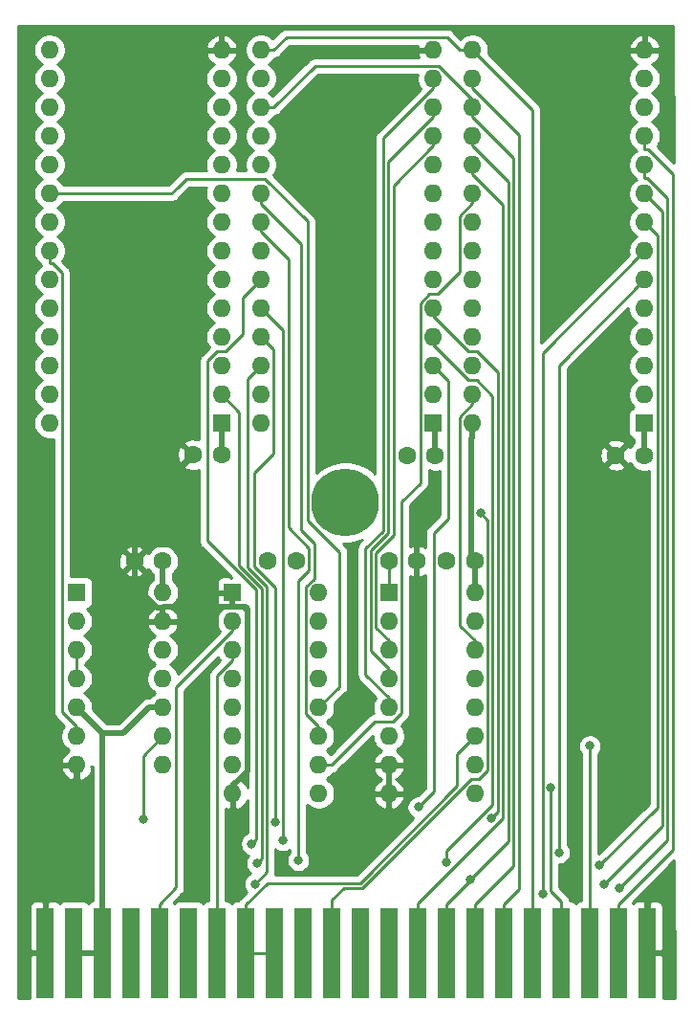
<source format=gbr>
%TF.GenerationSoftware,KiCad,Pcbnew,(5.1.6)-1*%
%TF.CreationDate,2021-01-17T21:44:29-05:00*%
%TF.ProjectId,comal-80,636f6d61-6c2d-4383-902e-6b696361645f,rev?*%
%TF.SameCoordinates,Original*%
%TF.FileFunction,Copper,L1,Top*%
%TF.FilePolarity,Positive*%
%FSLAX46Y46*%
G04 Gerber Fmt 4.6, Leading zero omitted, Abs format (unit mm)*
G04 Created by KiCad (PCBNEW (5.1.6)-1) date 2021-01-17 21:44:29*
%MOMM*%
%LPD*%
G01*
G04 APERTURE LIST*
%TA.AperFunction,SMDPad,CuDef*%
%ADD10R,1.524000X8.000000*%
%TD*%
%TA.AperFunction,ComponentPad*%
%ADD11C,1.600000*%
%TD*%
%TA.AperFunction,ComponentPad*%
%ADD12O,1.600000X1.600000*%
%TD*%
%TA.AperFunction,ComponentPad*%
%ADD13R,1.600000X1.600000*%
%TD*%
%TA.AperFunction,ComponentPad*%
%ADD14C,6.000000*%
%TD*%
%TA.AperFunction,ViaPad*%
%ADD15C,0.800000*%
%TD*%
%TA.AperFunction,Conductor*%
%ADD16C,0.500000*%
%TD*%
%TA.AperFunction,Conductor*%
%ADD17C,0.250000*%
%TD*%
%TA.AperFunction,Conductor*%
%ADD18C,0.254000*%
%TD*%
G04 APERTURE END LIST*
D10*
%TO.P,EDGE1,22*%
%TO.N,GND*%
X174880000Y-131761726D03*
%TO.P,EDGE1,21*%
%TO.N,/D0*%
X172340000Y-131761726D03*
%TO.P,EDGE1,20*%
%TO.N,/D1*%
X169800000Y-131761726D03*
%TO.P,EDGE1,19*%
%TO.N,/D2*%
X167260000Y-131761726D03*
%TO.P,EDGE1,18*%
%TO.N,/D3*%
X164720000Y-131761726D03*
%TO.P,EDGE1,17*%
%TO.N,/D4*%
X162180000Y-131761726D03*
%TO.P,EDGE1,16*%
%TO.N,/D5*%
X159640000Y-131761726D03*
%TO.P,EDGE1,15*%
%TO.N,/D6*%
X157100000Y-131761726D03*
%TO.P,EDGE1,3*%
%TO.N,+5V*%
X126620000Y-131761726D03*
%TO.P,EDGE1,2*%
X124080000Y-131761726D03*
%TO.P,EDGE1,12*%
%TO.N,/BA*%
X149480000Y-131761726D03*
%TO.P,EDGE1,14*%
%TO.N,/D7*%
X154560000Y-131761726D03*
%TO.P,EDGE1,13*%
%TO.N,/_DMA*%
X152020000Y-131761726D03*
%TO.P,EDGE1,11*%
%TO.N,/_ROML*%
X146940000Y-131761726D03*
%TO.P,EDGE1,10*%
%TO.N,/_IO2*%
X144400000Y-131761726D03*
%TO.P,EDGE1,9*%
%TO.N,/_EXROM*%
X141860000Y-131761726D03*
%TO.P,EDGE1,8*%
X139320000Y-131761726D03*
%TO.P,EDGE1,7*%
%TO.N,/_IO1*%
X136780000Y-131761726D03*
%TO.P,EDGE1,6*%
%TO.N,/DOT_CLK*%
X134240000Y-131761726D03*
%TO.P,EDGE1,5*%
%TO.N,/R_W*%
X131700000Y-131761726D03*
%TO.P,EDGE1,4*%
%TO.N,/_IRQ*%
X129160000Y-131761726D03*
%TO.P,EDGE1,1*%
%TO.N,GND*%
X121540000Y-131761726D03*
%TD*%
D11*
%TO.P,C3,2*%
%TO.N,GND*%
X172100000Y-87730000D03*
%TO.P,C3,1*%
%TO.N,+5V*%
X174600000Y-87730000D03*
%TD*%
%TO.P,C2,2*%
%TO.N,GND*%
X153590000Y-87730000D03*
%TO.P,C2,1*%
%TO.N,+5V*%
X156090000Y-87730000D03*
%TD*%
%TO.P,C1,2*%
%TO.N,GND*%
X134650000Y-87720000D03*
%TO.P,C1,1*%
%TO.N,+5V*%
X137150000Y-87720000D03*
%TD*%
%TO.P,C7,2*%
%TO.N,GND*%
X154460000Y-97120000D03*
%TO.P,C7,1*%
%TO.N,/_RES1*%
X151960000Y-97120000D03*
%TD*%
D12*
%TO.P,U3,28*%
%TO.N,+5V*%
X159390000Y-84910000D03*
%TO.P,U3,14*%
%TO.N,GND*%
X174630000Y-51890000D03*
%TO.P,U3,27*%
%TO.N,/A14*%
X159390000Y-82370000D03*
%TO.P,U3,13*%
%TO.N,/D2*%
X174630000Y-54430000D03*
%TO.P,U3,26*%
%TO.N,/A13*%
X159390000Y-79830000D03*
%TO.P,U3,12*%
%TO.N,/D1*%
X174630000Y-56970000D03*
%TO.P,U3,25*%
%TO.N,/A8*%
X159390000Y-77290000D03*
%TO.P,U3,11*%
%TO.N,/D0*%
X174630000Y-59510000D03*
%TO.P,U3,24*%
%TO.N,/A9*%
X159390000Y-74750000D03*
%TO.P,U3,10*%
%TO.N,/A0*%
X174630000Y-62050000D03*
%TO.P,U3,23*%
%TO.N,/A11*%
X159390000Y-72210000D03*
%TO.P,U3,9*%
%TO.N,/A1*%
X174630000Y-64590000D03*
%TO.P,U3,22*%
%TO.N,/_OE*%
X159390000Y-69670000D03*
%TO.P,U3,8*%
%TO.N,/A2*%
X174630000Y-67130000D03*
%TO.P,U3,21*%
%TO.N,/A10*%
X159390000Y-67130000D03*
%TO.P,U3,7*%
%TO.N,/A3*%
X174630000Y-69670000D03*
%TO.P,U3,20*%
%TO.N,/U3_CE*%
X159390000Y-64590000D03*
%TO.P,U3,6*%
%TO.N,/A4*%
X174630000Y-72210000D03*
%TO.P,U3,19*%
%TO.N,/D7*%
X159390000Y-62050000D03*
%TO.P,U3,5*%
%TO.N,/A5*%
X174630000Y-74750000D03*
%TO.P,U3,18*%
%TO.N,/D6*%
X159390000Y-59510000D03*
%TO.P,U3,4*%
%TO.N,/A6*%
X174630000Y-77290000D03*
%TO.P,U3,17*%
%TO.N,/D5*%
X159390000Y-56970000D03*
%TO.P,U3,3*%
%TO.N,/A7*%
X174630000Y-79830000D03*
%TO.P,U3,16*%
%TO.N,/D4*%
X159390000Y-54430000D03*
%TO.P,U3,2*%
%TO.N,/A12*%
X174630000Y-82370000D03*
%TO.P,U3,15*%
%TO.N,/D3*%
X159390000Y-51890000D03*
D13*
%TO.P,U3,1*%
%TO.N,+5V*%
X174630000Y-84910000D03*
%TD*%
D12*
%TO.P,U6,16*%
%TO.N,+5V*%
X145775000Y-99890000D03*
%TO.P,U6,8*%
%TO.N,GND*%
X138155000Y-117670000D03*
%TO.P,U6,15*%
%TO.N,Net-(U5-Pad15)*%
X145775000Y-102430000D03*
%TO.P,U6,7*%
%TO.N,Net-(U6-Pad7)*%
X138155000Y-115130000D03*
%TO.P,U6,14*%
%TO.N,/Q1*%
X145775000Y-104970000D03*
%TO.P,U6,6*%
%TO.N,Net-(U6-Pad6)*%
X138155000Y-112590000D03*
%TO.P,U6,13*%
%TO.N,/Q2*%
X145775000Y-107510000D03*
%TO.P,U6,5*%
%TO.N,Net-(U6-Pad5)*%
X138155000Y-110050000D03*
%TO.P,U6,12*%
%TO.N,/U1_CE*%
X145775000Y-110050000D03*
%TO.P,U6,4*%
%TO.N,/_DE00*%
X138155000Y-107510000D03*
%TO.P,U6,11*%
%TO.N,/U2_CE*%
X145775000Y-112590000D03*
%TO.P,U6,3*%
%TO.N,/_IO1*%
X138155000Y-104970000D03*
%TO.P,U6,10*%
%TO.N,/U3_CE*%
X145775000Y-115130000D03*
%TO.P,U6,2*%
%TO.N,/R_W*%
X138155000Y-102430000D03*
%TO.P,U6,9*%
%TO.N,Net-(U6-Pad9)*%
X145775000Y-117670000D03*
D13*
%TO.P,U6,1*%
%TO.N,GND*%
X138155000Y-99890000D03*
%TD*%
D12*
%TO.P,U2,28*%
%TO.N,+5V*%
X140655000Y-84900000D03*
%TO.P,U2,14*%
%TO.N,GND*%
X155895000Y-51880000D03*
%TO.P,U2,27*%
%TO.N,/A14*%
X140655000Y-82360000D03*
%TO.P,U2,13*%
%TO.N,/D2*%
X155895000Y-54420000D03*
%TO.P,U2,26*%
%TO.N,/A13*%
X140655000Y-79820000D03*
%TO.P,U2,12*%
%TO.N,/D1*%
X155895000Y-56960000D03*
%TO.P,U2,25*%
%TO.N,/A8*%
X140655000Y-77280000D03*
%TO.P,U2,11*%
%TO.N,/D0*%
X155895000Y-59500000D03*
%TO.P,U2,24*%
%TO.N,/A9*%
X140655000Y-74740000D03*
%TO.P,U2,10*%
%TO.N,/A0*%
X155895000Y-62040000D03*
%TO.P,U2,23*%
%TO.N,/A11*%
X140655000Y-72200000D03*
%TO.P,U2,9*%
%TO.N,/A1*%
X155895000Y-64580000D03*
%TO.P,U2,22*%
%TO.N,/_OE*%
X140655000Y-69660000D03*
%TO.P,U2,8*%
%TO.N,/A2*%
X155895000Y-67120000D03*
%TO.P,U2,21*%
%TO.N,/A10*%
X140655000Y-67120000D03*
%TO.P,U2,7*%
%TO.N,/A3*%
X155895000Y-69660000D03*
%TO.P,U2,20*%
%TO.N,/U2_CE*%
X140655000Y-64580000D03*
%TO.P,U2,6*%
%TO.N,/A4*%
X155895000Y-72200000D03*
%TO.P,U2,19*%
%TO.N,/D7*%
X140655000Y-62040000D03*
%TO.P,U2,5*%
%TO.N,/A5*%
X155895000Y-74740000D03*
%TO.P,U2,18*%
%TO.N,/D6*%
X140655000Y-59500000D03*
%TO.P,U2,4*%
%TO.N,/A6*%
X155895000Y-77280000D03*
%TO.P,U2,17*%
%TO.N,/D5*%
X140655000Y-56960000D03*
%TO.P,U2,3*%
%TO.N,/A7*%
X155895000Y-79820000D03*
%TO.P,U2,16*%
%TO.N,/D4*%
X140655000Y-54420000D03*
%TO.P,U2,2*%
%TO.N,/A12*%
X155895000Y-82360000D03*
%TO.P,U2,15*%
%TO.N,/D3*%
X140655000Y-51880000D03*
D13*
%TO.P,U2,1*%
%TO.N,+5V*%
X155895000Y-84900000D03*
%TD*%
D12*
%TO.P,U5,16*%
%TO.N,+5V*%
X159590000Y-99890000D03*
%TO.P,U5,8*%
%TO.N,GND*%
X151970000Y-117670000D03*
%TO.P,U5,15*%
%TO.N,Net-(U5-Pad15)*%
X159590000Y-102430000D03*
%TO.P,U5,7*%
%TO.N,GND*%
X151970000Y-115130000D03*
%TO.P,U5,14*%
%TO.N,/A14*%
X159590000Y-104970000D03*
%TO.P,U5,6*%
%TO.N,/D6*%
X151970000Y-112590000D03*
%TO.P,U5,13*%
%TO.N,/Q1*%
X159590000Y-107510000D03*
%TO.P,U5,5*%
%TO.N,/D2*%
X151970000Y-110050000D03*
%TO.P,U5,12*%
%TO.N,/Q2*%
X159590000Y-110050000D03*
%TO.P,U5,4*%
%TO.N,/D1*%
X151970000Y-107510000D03*
%TO.P,U5,11*%
%TO.N,/_EXROM*%
X159590000Y-112590000D03*
%TO.P,U5,3*%
%TO.N,/D0*%
X151970000Y-104970000D03*
%TO.P,U5,10*%
%TO.N,GND*%
X159590000Y-115130000D03*
%TO.P,U5,2*%
%TO.N,/CLK*%
X151970000Y-102430000D03*
%TO.P,U5,9*%
%TO.N,/_DE00*%
X159590000Y-117670000D03*
D13*
%TO.P,U5,1*%
%TO.N,/_RES1*%
X151970000Y-99890000D03*
%TD*%
D12*
%TO.P,U4,14*%
%TO.N,+5V*%
X131960000Y-99890000D03*
%TO.P,U4,7*%
%TO.N,GND*%
X124340000Y-115130000D03*
%TO.P,U4,13*%
X131960000Y-102430000D03*
%TO.P,U4,6*%
%TO.N,/_OE*%
X124340000Y-112590000D03*
%TO.P,U4,12*%
%TO.N,/_RES*%
X131960000Y-104970000D03*
%TO.P,U4,5*%
%TO.N,+5V*%
X124340000Y-110050000D03*
%TO.P,U4,11*%
%TO.N,/_RES1*%
X131960000Y-107510000D03*
%TO.P,U4,4*%
%TO.N,Net-(U4-Pad3)*%
X124340000Y-107510000D03*
%TO.P,U4,10*%
%TO.N,+5V*%
X131960000Y-110050000D03*
%TO.P,U4,3*%
%TO.N,Net-(U4-Pad3)*%
X124340000Y-104970000D03*
%TO.P,U4,9*%
%TO.N,/PHI2*%
X131960000Y-112590000D03*
%TO.P,U4,2*%
%TO.N,/_ROMH*%
X124340000Y-102430000D03*
%TO.P,U4,8*%
%TO.N,/CLK*%
X131960000Y-115130000D03*
D13*
%TO.P,U4,1*%
%TO.N,/_ROML*%
X124340000Y-99890000D03*
%TD*%
D12*
%TO.P,U1,28*%
%TO.N,+5V*%
X121920000Y-84900000D03*
%TO.P,U1,14*%
%TO.N,GND*%
X137160000Y-51880000D03*
%TO.P,U1,27*%
%TO.N,/A14*%
X121920000Y-82360000D03*
%TO.P,U1,13*%
%TO.N,/D2*%
X137160000Y-54420000D03*
%TO.P,U1,26*%
%TO.N,/A13*%
X121920000Y-79820000D03*
%TO.P,U1,12*%
%TO.N,/D1*%
X137160000Y-56960000D03*
%TO.P,U1,25*%
%TO.N,/A8*%
X121920000Y-77280000D03*
%TO.P,U1,11*%
%TO.N,/D0*%
X137160000Y-59500000D03*
%TO.P,U1,24*%
%TO.N,/A9*%
X121920000Y-74740000D03*
%TO.P,U1,10*%
%TO.N,/A0*%
X137160000Y-62040000D03*
%TO.P,U1,23*%
%TO.N,/A11*%
X121920000Y-72200000D03*
%TO.P,U1,9*%
%TO.N,/A1*%
X137160000Y-64580000D03*
%TO.P,U1,22*%
%TO.N,/_OE*%
X121920000Y-69660000D03*
%TO.P,U1,8*%
%TO.N,/A2*%
X137160000Y-67120000D03*
%TO.P,U1,21*%
%TO.N,/A10*%
X121920000Y-67120000D03*
%TO.P,U1,7*%
%TO.N,/A3*%
X137160000Y-69660000D03*
%TO.P,U1,20*%
%TO.N,/U1_CE*%
X121920000Y-64580000D03*
%TO.P,U1,6*%
%TO.N,/A4*%
X137160000Y-72200000D03*
%TO.P,U1,19*%
%TO.N,/D7*%
X121920000Y-62040000D03*
%TO.P,U1,5*%
%TO.N,/A5*%
X137160000Y-74740000D03*
%TO.P,U1,18*%
%TO.N,/D6*%
X121920000Y-59500000D03*
%TO.P,U1,4*%
%TO.N,/A6*%
X137160000Y-77280000D03*
%TO.P,U1,17*%
%TO.N,/D5*%
X121920000Y-56960000D03*
%TO.P,U1,3*%
%TO.N,/A7*%
X137160000Y-79820000D03*
%TO.P,U1,16*%
%TO.N,/D4*%
X121920000Y-54420000D03*
%TO.P,U1,2*%
%TO.N,/A12*%
X137160000Y-82360000D03*
%TO.P,U1,15*%
%TO.N,/D3*%
X121920000Y-51880000D03*
D13*
%TO.P,U1,1*%
%TO.N,+5V*%
X137160000Y-84900000D03*
%TD*%
D14*
%TO.P,H1,1*%
%TO.N,N/C*%
X148122000Y-91900000D03*
%TD*%
D11*
%TO.P,C6,2*%
%TO.N,GND*%
X157100000Y-97120000D03*
%TO.P,C6,1*%
%TO.N,+5V*%
X159600000Y-97120000D03*
%TD*%
%TO.P,C5,2*%
%TO.N,GND*%
X141260000Y-97120000D03*
%TO.P,C5,1*%
%TO.N,+5V*%
X143760000Y-97120000D03*
%TD*%
%TO.P,C4,2*%
%TO.N,GND*%
X129450000Y-97120000D03*
%TO.P,C4,1*%
%TO.N,+5V*%
X131950000Y-97120000D03*
%TD*%
D15*
%TO.N,GND*%
X174830000Y-126450000D03*
X135500000Y-110040000D03*
X135720000Y-107210000D03*
X127980000Y-110060000D03*
X128100000Y-106250000D03*
X146390000Y-123290000D03*
X124530000Y-125520000D03*
X121561665Y-126848335D03*
X168120000Y-124220000D03*
X171270000Y-121400000D03*
X148220000Y-87740000D03*
X148850000Y-96260000D03*
X147700000Y-112480000D03*
X155030000Y-92680000D03*
X119990000Y-53120000D03*
X120590000Y-88070000D03*
%TO.N,/A9*%
X142620000Y-121810000D03*
%TO.N,/A8*%
X141894990Y-120178700D03*
%TO.N,/A5*%
X161021039Y-119873639D03*
%TO.N,/A6*%
X157089999Y-123720000D03*
%TO.N,/A7*%
X154590000Y-118880000D03*
%TO.N,/A0*%
X172421400Y-126055700D03*
%TO.N,/A1*%
X171030000Y-125710000D03*
%TO.N,/A2*%
X170620000Y-124040000D03*
%TO.N,/A3*%
X165590000Y-126580000D03*
%TO.N,/A4*%
X167065010Y-122898402D03*
%TO.N,/PHI2*%
X130200000Y-119930000D03*
%TO.N,/A10*%
X143958000Y-123577200D03*
%TO.N,/A11*%
X139830000Y-122120000D03*
%TO.N,/A12*%
X140330000Y-123840000D03*
%TO.N,/A13*%
X140137340Y-125657340D03*
%TO.N,/D1*%
X169800000Y-113453000D03*
%TO.N,/D2*%
X166325010Y-117114300D03*
%TO.N,/D6*%
X159188600Y-125308600D03*
%TO.N,/_ROML*%
X160104500Y-92864300D03*
%TD*%
D16*
%TO.N,GND*%
X151970000Y-115130000D02*
X151970000Y-117670000D01*
X131960000Y-101187900D02*
X132007600Y-101140300D01*
X132007600Y-101140300D02*
X138155000Y-101140300D01*
X129450000Y-97120000D02*
X129450000Y-99213600D01*
X129450000Y-99213600D02*
X131424300Y-101187900D01*
X131424300Y-101187900D02*
X131960000Y-101187900D01*
X131960000Y-102430000D02*
X131960000Y-101187900D01*
X129450000Y-97120000D02*
X129450000Y-92920000D01*
X129450000Y-92920000D02*
X134650000Y-87720000D01*
X138155000Y-99890000D02*
X138155000Y-101140300D01*
X174880000Y-131761700D02*
X174830000Y-131711700D01*
X174830000Y-131711700D02*
X174830000Y-126450000D01*
X122642500Y-118077800D02*
X124340000Y-116380300D01*
X124340000Y-116380300D02*
X124340000Y-115130000D01*
X121561665Y-126848335D02*
X121480000Y-126810000D01*
X139444600Y-101274600D02*
X139310300Y-101140300D01*
X139444600Y-115674000D02*
X139444600Y-101274600D01*
X139310300Y-101140300D02*
X138155000Y-101140300D01*
X138155000Y-117670000D02*
X138155000Y-116963600D01*
X138155000Y-116963600D02*
X139444600Y-115674000D01*
X154460000Y-97120000D02*
X154460000Y-99020000D01*
X154460000Y-93250000D02*
X155030000Y-92680000D01*
X154460000Y-97120000D02*
X154460000Y-93250000D01*
%TO.N,+5V*%
X159390000Y-86160300D02*
X159254200Y-86296100D01*
X159254200Y-86296100D02*
X159254200Y-96774200D01*
X159254200Y-96774200D02*
X159600000Y-97120000D01*
X126620000Y-112330000D02*
X126620000Y-127311400D01*
X131960000Y-99890000D02*
X131960000Y-98639700D01*
X131960000Y-98639700D02*
X131950000Y-98629700D01*
X131950000Y-98629700D02*
X131950000Y-97120000D01*
X124080000Y-131761700D02*
X126620000Y-131761700D01*
X126620000Y-131761700D02*
X126620000Y-127311400D01*
X159390000Y-84910000D02*
X159390000Y-86160300D01*
X159590000Y-98639700D02*
X159600000Y-98629700D01*
X159600000Y-98629700D02*
X159600000Y-97120000D01*
X137160000Y-84900000D02*
X137160000Y-86150300D01*
X137160000Y-86150300D02*
X137150000Y-86160300D01*
X137150000Y-86160300D02*
X137150000Y-87720000D01*
X159590000Y-99890000D02*
X159590000Y-98639700D01*
X124340000Y-110050000D02*
X126620000Y-112330000D01*
X156090000Y-85095000D02*
X156090000Y-87730000D01*
X155895000Y-84900000D02*
X156090000Y-85095000D01*
X174600000Y-84940000D02*
X174600000Y-87730000D01*
X174630000Y-84910000D02*
X174600000Y-84940000D01*
X128429700Y-112330000D02*
X126620000Y-112330000D01*
X131960000Y-110050000D02*
X130709700Y-110050000D01*
X130709700Y-110050000D02*
X128429700Y-112330000D01*
D17*
%TO.N,/A9*%
X140655000Y-74740000D02*
X142620000Y-76705000D01*
X142620000Y-76705000D02*
X142620000Y-121810000D01*
%TO.N,/A8*%
X141780300Y-87597600D02*
X140095700Y-89282200D01*
X141780300Y-78405300D02*
X141780300Y-87597600D01*
X140095700Y-97615600D02*
X141894990Y-99414890D01*
X140655000Y-77280000D02*
X141780300Y-78405300D01*
X141894990Y-99414890D02*
X141894990Y-120178700D01*
X140095700Y-89282200D02*
X140095700Y-97615600D01*
%TO.N,/A5*%
X161631800Y-80437500D02*
X161631800Y-119262878D01*
X155895000Y-75441500D02*
X159013500Y-78560000D01*
X161631800Y-119262878D02*
X161021039Y-119873639D01*
X155895000Y-74740000D02*
X155895000Y-75441500D01*
X159013500Y-78560000D02*
X159754300Y-78560000D01*
X159754300Y-78560000D02*
X161631800Y-80437500D01*
%TO.N,/A6*%
X155895000Y-77280000D02*
X155895000Y-77940800D01*
X159054200Y-81100000D02*
X159785400Y-81100000D01*
X161181500Y-118640174D02*
X157089999Y-122731675D01*
X161181500Y-82496100D02*
X161181500Y-118640174D01*
X157089999Y-122731675D02*
X157089999Y-123720000D01*
X155895000Y-77940800D02*
X159054200Y-81100000D01*
X159785400Y-81100000D02*
X161181500Y-82496100D01*
%TO.N,/A7*%
X155895000Y-79820000D02*
X157236500Y-81161500D01*
X157236500Y-81161500D02*
X157236500Y-93343400D01*
X155962200Y-117507800D02*
X154590000Y-118880000D01*
X155962200Y-94617700D02*
X155962200Y-117507800D01*
X157236500Y-93343400D02*
X155962200Y-94617700D01*
%TO.N,/A0*%
X172421400Y-126055700D02*
X176663900Y-121813200D01*
X176663900Y-121813200D02*
X176663900Y-65010200D01*
X176663900Y-65010200D02*
X174829000Y-63175300D01*
X174829000Y-63175300D02*
X174630000Y-63175300D01*
X174630000Y-62050000D02*
X174630000Y-63175300D01*
%TO.N,/A1*%
X176213600Y-66173600D02*
X176213600Y-120526400D01*
X176213600Y-120526400D02*
X171030000Y-125710000D01*
X174630000Y-64590000D02*
X176213600Y-66173600D01*
%TO.N,/A2*%
X175763300Y-118896700D02*
X170620000Y-124040000D01*
X175763300Y-68263300D02*
X175763300Y-118896700D01*
X174630000Y-67130000D02*
X175763300Y-68263300D01*
%TO.N,/A3*%
X165600000Y-126570000D02*
X165590000Y-126580000D01*
X165600000Y-78700000D02*
X165600000Y-126570000D01*
X174630000Y-69670000D02*
X165600000Y-78700000D01*
%TO.N,/A4*%
X167065010Y-79774990D02*
X167065010Y-122898402D01*
X174630000Y-72210000D02*
X167065010Y-79774990D01*
%TO.N,/PHI2*%
X130200000Y-114350000D02*
X131960000Y-112590000D01*
X130200000Y-119930000D02*
X130200000Y-114350000D01*
%TO.N,/A10*%
X144914700Y-97887300D02*
X143958000Y-98844000D01*
X140655000Y-67964000D02*
X143085200Y-70394200D01*
X140655000Y-67120000D02*
X140655000Y-67964000D01*
X143085200Y-70394200D02*
X143085200Y-94150700D01*
X143958000Y-98844000D02*
X143958000Y-123577200D01*
X143085200Y-94150700D02*
X144914700Y-95980200D01*
X144914700Y-95980200D02*
X144914700Y-97887300D01*
%TO.N,/A11*%
X140229999Y-99660699D02*
X140229999Y-121720001D01*
X135900000Y-95330700D02*
X140229999Y-99660699D01*
X139044000Y-73811000D02*
X139044000Y-77003200D01*
X140229999Y-121720001D02*
X139830000Y-122120000D01*
X135900000Y-79415800D02*
X135900000Y-95330700D01*
X140655000Y-72200000D02*
X139044000Y-73811000D01*
X137497200Y-78550000D02*
X136765800Y-78550000D01*
X139044000Y-77003200D02*
X137497200Y-78550000D01*
X136765800Y-78550000D02*
X135900000Y-79415800D01*
%TO.N,/A12*%
X137160000Y-82360000D02*
X138738600Y-83938600D01*
X138738600Y-83938600D02*
X138738600Y-97532400D01*
X140719977Y-99513777D02*
X140719977Y-123450023D01*
X140719977Y-123450023D02*
X140330000Y-123840000D01*
X138738600Y-97532400D02*
X140719977Y-99513777D01*
%TO.N,/A13*%
X141169988Y-99326788D02*
X141169988Y-124624692D01*
X139494300Y-80980700D02*
X139494300Y-97651100D01*
X140655000Y-79820000D02*
X139494300Y-80980700D01*
X139494300Y-97651100D02*
X141169988Y-99326788D01*
X141169988Y-124624692D02*
X140137340Y-125657340D01*
%TO.N,/A14*%
X158264700Y-84339200D02*
X159390000Y-83213900D01*
X158264700Y-102800700D02*
X158264700Y-84339200D01*
X159590000Y-104970000D02*
X159590000Y-104126000D01*
X159390000Y-83213900D02*
X159390000Y-82370000D01*
X159590000Y-104126000D02*
X158264700Y-102800700D01*
%TO.N,/D0*%
X172340000Y-127436400D02*
X177114200Y-122662200D01*
X177114200Y-122662200D02*
X177114200Y-62838200D01*
X177114200Y-62838200D02*
X174911300Y-60635300D01*
X174911300Y-60635300D02*
X174630000Y-60635300D01*
X172340000Y-131761700D02*
X172340000Y-127436400D01*
X174630000Y-59510000D02*
X174630000Y-60635300D01*
X151970000Y-104126000D02*
X150818600Y-102974600D01*
X151970000Y-104970000D02*
X151970000Y-104126000D01*
X150818600Y-102974600D02*
X150818600Y-96362300D01*
X155895000Y-60344000D02*
X155895000Y-59500000D01*
X152380400Y-63858600D02*
X155895000Y-60344000D01*
X150818600Y-96362300D02*
X152380400Y-94800500D01*
X152380400Y-94800500D02*
X152380400Y-63858600D01*
%TO.N,/D1*%
X151970000Y-106666000D02*
X151970000Y-107510000D01*
X150368200Y-105064200D02*
X151970000Y-106666000D01*
X155895000Y-56960000D02*
X155895000Y-57804000D01*
X155895000Y-57804000D02*
X151930000Y-61769000D01*
X151930000Y-61769000D02*
X151930000Y-94614000D01*
X151930000Y-94614000D02*
X150368200Y-96175800D01*
X150368200Y-96175800D02*
X150368200Y-105064200D01*
X169810000Y-131751700D02*
X169800000Y-131761700D01*
X169800000Y-113453000D02*
X169810000Y-113463000D01*
X169810000Y-113463000D02*
X169810000Y-131751700D01*
%TO.N,/D2*%
X155895000Y-55264000D02*
X155895000Y-54420000D01*
X151970000Y-109206000D02*
X149917900Y-107153900D01*
X149917900Y-107153900D02*
X149917900Y-95989200D01*
X151479700Y-59679300D02*
X155895000Y-55264000D01*
X151970000Y-110050000D02*
X151970000Y-109206000D01*
X149917900Y-95989200D02*
X151479700Y-94427400D01*
X151479700Y-94427400D02*
X151479700Y-59679300D01*
X166340000Y-117129290D02*
X166325010Y-117114300D01*
X167260000Y-131761700D02*
X167260000Y-127219978D01*
X167260000Y-127219978D02*
X166340000Y-126299978D01*
X166340000Y-126299978D02*
X166340000Y-117129290D01*
%TO.N,/D3*%
X159390000Y-51890000D02*
X158264700Y-51890000D01*
X140655000Y-51880000D02*
X141780300Y-51880000D01*
X141780300Y-51880000D02*
X142911900Y-50748400D01*
X142911900Y-50748400D02*
X157123100Y-50748400D01*
X157123100Y-50748400D02*
X158264700Y-51890000D01*
X164720000Y-131761700D02*
X164709989Y-131751689D01*
X164709989Y-131751689D02*
X164709989Y-57209989D01*
X164709989Y-57209989D02*
X159390000Y-51890000D01*
%TO.N,/D4*%
X162180000Y-127436400D02*
X162180000Y-131761700D01*
X163529800Y-126086600D02*
X162180000Y-127436400D01*
X163529800Y-59413800D02*
X163529800Y-126086600D01*
X159390000Y-54430000D02*
X159390000Y-55274000D01*
X159390000Y-55274000D02*
X163529800Y-59413800D01*
%TO.N,/D5*%
X141780300Y-56960000D02*
X145445700Y-53294600D01*
X145445700Y-53294600D02*
X156395200Y-53294600D01*
X156395200Y-53294600D02*
X159390000Y-56289400D01*
X159390000Y-56289400D02*
X159390000Y-56970000D01*
X140655000Y-56960000D02*
X141780300Y-56960000D01*
X163025700Y-124050700D02*
X159640000Y-127436400D01*
X163025700Y-61449700D02*
X163025700Y-124050700D01*
X159640000Y-127436400D02*
X159640000Y-131761700D01*
X159390000Y-56970000D02*
X159390000Y-57814000D01*
X159390000Y-57814000D02*
X163025700Y-61449700D01*
%TO.N,/D6*%
X158985400Y-125511800D02*
X158985400Y-125551000D01*
X158985400Y-125551000D02*
X157100000Y-127436400D01*
X157100000Y-131761700D02*
X157100000Y-127436400D01*
X162568800Y-63532800D02*
X162568800Y-121928400D01*
X159390000Y-59510000D02*
X159390000Y-60354000D01*
X159390000Y-60354000D02*
X162568800Y-63532800D01*
X162568800Y-121928400D02*
X159188600Y-125308600D01*
X159188600Y-125308600D02*
X158985400Y-125511800D01*
%TO.N,/D7*%
X154560000Y-127360000D02*
X154560000Y-131761700D01*
X162085400Y-119834600D02*
X154560000Y-127360000D01*
X162085400Y-65589400D02*
X162085400Y-119834600D01*
X159390000Y-62894000D02*
X162085400Y-65589400D01*
X159390000Y-62050000D02*
X159390000Y-62894000D01*
%TO.N,/_ROML*%
X146940000Y-127080000D02*
X146940000Y-131761700D01*
X160731100Y-93490900D02*
X160731100Y-115630700D01*
X160104500Y-92864300D02*
X160731100Y-93490900D01*
X160731100Y-115630700D02*
X159991800Y-116370000D01*
X159991800Y-116370000D02*
X159293900Y-116370000D01*
X149643900Y-126020000D02*
X148000000Y-126020000D01*
X159293900Y-116370000D02*
X149643900Y-126020000D01*
X148000000Y-126020000D02*
X146940000Y-127080000D01*
%TO.N,/_EXROM*%
X141860000Y-131761726D02*
X139320000Y-131761726D01*
X149457501Y-125569989D02*
X141250011Y-125569989D01*
X158014400Y-117013090D02*
X149457501Y-125569989D01*
X159590000Y-112590000D02*
X158014400Y-114165600D01*
X141250011Y-125569989D02*
X139320000Y-127500000D01*
X158014400Y-114165600D02*
X158014400Y-117013090D01*
X139320000Y-127500000D02*
X139320000Y-131761700D01*
%TO.N,/_IO1*%
X136780000Y-127436400D02*
X136780000Y-131761700D01*
X138155000Y-104970000D02*
X138155000Y-105862500D01*
X136780000Y-107237500D02*
X136780000Y-127436400D01*
X138155000Y-105862500D02*
X136780000Y-107237500D01*
%TO.N,/R_W*%
X131700000Y-127436400D02*
X131700000Y-131761700D01*
X133152600Y-108276400D02*
X133152600Y-125983800D01*
X138155000Y-102430000D02*
X138155000Y-103274000D01*
X133152600Y-125983800D02*
X131700000Y-127436400D01*
X138155000Y-103274000D02*
X133152600Y-108276400D01*
%TO.N,/_OE*%
X121920000Y-70785300D02*
X121920000Y-69660000D01*
X124340000Y-111746000D02*
X123045300Y-110451300D01*
X124340000Y-112590000D02*
X124340000Y-111746000D01*
X123045300Y-110451300D02*
X123045300Y-71629200D01*
X123045300Y-71629200D02*
X122201400Y-70785300D01*
X122201400Y-70785300D02*
X121920000Y-70785300D01*
%TO.N,/U1_CE*%
X121920000Y-64580000D02*
X132720000Y-64580000D01*
X132720000Y-64580000D02*
X133255000Y-64045000D01*
X133255000Y-64045000D02*
X133210000Y-64090000D01*
X134010000Y-63290000D02*
X133255000Y-64045000D01*
X141030002Y-63290000D02*
X134010000Y-63290000D01*
X147610000Y-108215000D02*
X147610000Y-96309002D01*
X147610000Y-96309002D02*
X144796999Y-93496001D01*
X144796999Y-93496001D02*
X144796999Y-67056997D01*
X145775000Y-110050000D02*
X147610000Y-108215000D01*
X144796999Y-67056997D02*
X141030002Y-63290000D01*
%TO.N,/U2_CE*%
X144628400Y-110599400D02*
X145775000Y-111746000D01*
X145775000Y-111746000D02*
X145775000Y-112590000D01*
X145365100Y-98652000D02*
X144628400Y-99388700D01*
X140655000Y-65500800D02*
X144204500Y-69050300D01*
X140655000Y-64580000D02*
X140655000Y-65500800D01*
X144628400Y-99388700D02*
X144628400Y-110599400D01*
X144204500Y-69050300D02*
X144204500Y-94380900D01*
X144204500Y-94380900D02*
X145365100Y-95541500D01*
X145365100Y-95541500D02*
X145365100Y-98652000D01*
%TO.N,/U3_CE*%
X159390000Y-65433900D02*
X159390000Y-64590000D01*
X158264700Y-66559200D02*
X159390000Y-65433900D01*
X154769700Y-90190500D02*
X154769700Y-74267700D01*
X152327500Y-111320000D02*
X153095300Y-110552200D01*
X150710300Y-111320000D02*
X152327500Y-111320000D01*
X153095300Y-110552200D02*
X153095300Y-91864900D01*
X145775000Y-115130000D02*
X146900300Y-115130000D01*
X154769700Y-74267700D02*
X155567400Y-73470000D01*
X146900300Y-115130000D02*
X150710300Y-111320000D01*
X153095300Y-91864900D02*
X154769700Y-90190500D01*
X155567400Y-73470000D02*
X156293900Y-73470000D01*
X156293900Y-73470000D02*
X158264700Y-71499200D01*
X158264700Y-71499200D02*
X158264700Y-66559200D01*
%TO.N,/_RES1*%
X151970000Y-99890000D02*
X151970000Y-98764700D01*
X151970000Y-98764700D02*
X151960000Y-98754700D01*
X151960000Y-98754700D02*
X151960000Y-97120000D01*
%TO.N,Net-(U4-Pad3)*%
X124340000Y-104970000D02*
X124340000Y-107510000D01*
%TD*%
D18*
%TO.N,GND*%
G36*
X177282853Y-135773000D02*
G01*
X176278962Y-135773000D01*
X176280072Y-135761726D01*
X176277000Y-132047476D01*
X176118250Y-131888726D01*
X175007000Y-131888726D01*
X175007000Y-131908726D01*
X174753000Y-131908726D01*
X174753000Y-131888726D01*
X174733000Y-131888726D01*
X174733000Y-131634726D01*
X174753000Y-131634726D01*
X174753000Y-127285476D01*
X175007000Y-127285476D01*
X175007000Y-131634726D01*
X176118250Y-131634726D01*
X176277000Y-131475976D01*
X176280072Y-127761726D01*
X176267812Y-127637244D01*
X176231502Y-127517546D01*
X176172537Y-127407232D01*
X176093185Y-127310541D01*
X175996494Y-127231189D01*
X175886180Y-127172224D01*
X175766482Y-127135914D01*
X175642000Y-127123654D01*
X175165750Y-127126726D01*
X175007000Y-127285476D01*
X174753000Y-127285476D01*
X174594250Y-127126726D01*
X174118000Y-127123654D01*
X173993518Y-127135914D01*
X173873820Y-127172224D01*
X173763506Y-127231189D01*
X173666815Y-127310541D01*
X173610000Y-127379770D01*
X173553185Y-127310541D01*
X173546306Y-127304895D01*
X177268726Y-123582477D01*
X177282853Y-135773000D01*
G37*
X177282853Y-135773000D02*
X176278962Y-135773000D01*
X176280072Y-135761726D01*
X176277000Y-132047476D01*
X176118250Y-131888726D01*
X175007000Y-131888726D01*
X175007000Y-131908726D01*
X174753000Y-131908726D01*
X174753000Y-131888726D01*
X174733000Y-131888726D01*
X174733000Y-131634726D01*
X174753000Y-131634726D01*
X174753000Y-127285476D01*
X175007000Y-127285476D01*
X175007000Y-131634726D01*
X176118250Y-131634726D01*
X176277000Y-131475976D01*
X176280072Y-127761726D01*
X176267812Y-127637244D01*
X176231502Y-127517546D01*
X176172537Y-127407232D01*
X176093185Y-127310541D01*
X175996494Y-127231189D01*
X175886180Y-127172224D01*
X175766482Y-127135914D01*
X175642000Y-127123654D01*
X175165750Y-127126726D01*
X175007000Y-127285476D01*
X174753000Y-127285476D01*
X174594250Y-127126726D01*
X174118000Y-127123654D01*
X173993518Y-127135914D01*
X173873820Y-127172224D01*
X173763506Y-127231189D01*
X173666815Y-127310541D01*
X173610000Y-127379770D01*
X173553185Y-127310541D01*
X173546306Y-127304895D01*
X177268726Y-123582477D01*
X177282853Y-135773000D01*
G36*
X177197180Y-61846379D02*
G01*
X175757023Y-60406222D01*
X175901680Y-60189727D01*
X176009853Y-59928574D01*
X176065000Y-59651335D01*
X176065000Y-59368665D01*
X176009853Y-59091426D01*
X175901680Y-58830273D01*
X175744637Y-58595241D01*
X175544759Y-58395363D01*
X175312241Y-58240000D01*
X175544759Y-58084637D01*
X175744637Y-57884759D01*
X175901680Y-57649727D01*
X176009853Y-57388574D01*
X176065000Y-57111335D01*
X176065000Y-56828665D01*
X176009853Y-56551426D01*
X175901680Y-56290273D01*
X175744637Y-56055241D01*
X175544759Y-55855363D01*
X175312241Y-55700000D01*
X175544759Y-55544637D01*
X175744637Y-55344759D01*
X175901680Y-55109727D01*
X176009853Y-54848574D01*
X176065000Y-54571335D01*
X176065000Y-54288665D01*
X176009853Y-54011426D01*
X175901680Y-53750273D01*
X175744637Y-53515241D01*
X175544759Y-53315363D01*
X175309727Y-53158320D01*
X175299135Y-53153933D01*
X175485131Y-53042385D01*
X175693519Y-52853414D01*
X175861037Y-52627420D01*
X175981246Y-52373087D01*
X176021904Y-52239039D01*
X175899915Y-52017000D01*
X174757000Y-52017000D01*
X174757000Y-52037000D01*
X174503000Y-52037000D01*
X174503000Y-52017000D01*
X173360085Y-52017000D01*
X173238096Y-52239039D01*
X173278754Y-52373087D01*
X173398963Y-52627420D01*
X173566481Y-52853414D01*
X173774869Y-53042385D01*
X173960865Y-53153933D01*
X173950273Y-53158320D01*
X173715241Y-53315363D01*
X173515363Y-53515241D01*
X173358320Y-53750273D01*
X173250147Y-54011426D01*
X173195000Y-54288665D01*
X173195000Y-54571335D01*
X173250147Y-54848574D01*
X173358320Y-55109727D01*
X173515363Y-55344759D01*
X173715241Y-55544637D01*
X173947759Y-55700000D01*
X173715241Y-55855363D01*
X173515363Y-56055241D01*
X173358320Y-56290273D01*
X173250147Y-56551426D01*
X173195000Y-56828665D01*
X173195000Y-57111335D01*
X173250147Y-57388574D01*
X173358320Y-57649727D01*
X173515363Y-57884759D01*
X173715241Y-58084637D01*
X173947759Y-58240000D01*
X173715241Y-58395363D01*
X173515363Y-58595241D01*
X173358320Y-58830273D01*
X173250147Y-59091426D01*
X173195000Y-59368665D01*
X173195000Y-59651335D01*
X173250147Y-59928574D01*
X173358320Y-60189727D01*
X173515363Y-60424759D01*
X173715241Y-60624637D01*
X173875842Y-60731947D01*
X173880997Y-60784286D01*
X173891167Y-60817813D01*
X173715241Y-60935363D01*
X173515363Y-61135241D01*
X173358320Y-61370273D01*
X173250147Y-61631426D01*
X173195000Y-61908665D01*
X173195000Y-62191335D01*
X173250147Y-62468574D01*
X173358320Y-62729727D01*
X173515363Y-62964759D01*
X173715241Y-63164637D01*
X173875842Y-63271947D01*
X173880997Y-63324286D01*
X173891167Y-63357813D01*
X173715241Y-63475363D01*
X173515363Y-63675241D01*
X173358320Y-63910273D01*
X173250147Y-64171426D01*
X173195000Y-64448665D01*
X173195000Y-64731335D01*
X173250147Y-65008574D01*
X173358320Y-65269727D01*
X173515363Y-65504759D01*
X173715241Y-65704637D01*
X173947759Y-65860000D01*
X173715241Y-66015363D01*
X173515363Y-66215241D01*
X173358320Y-66450273D01*
X173250147Y-66711426D01*
X173195000Y-66988665D01*
X173195000Y-67271335D01*
X173250147Y-67548574D01*
X173358320Y-67809727D01*
X173515363Y-68044759D01*
X173715241Y-68244637D01*
X173947759Y-68400000D01*
X173715241Y-68555363D01*
X173515363Y-68755241D01*
X173358320Y-68990273D01*
X173250147Y-69251426D01*
X173195000Y-69528665D01*
X173195000Y-69811335D01*
X173231312Y-69993885D01*
X165469989Y-77755210D01*
X165469989Y-57247322D01*
X165473666Y-57209989D01*
X165458992Y-57061003D01*
X165415535Y-56917742D01*
X165344963Y-56785713D01*
X165273788Y-56698986D01*
X165249990Y-56669988D01*
X165220992Y-56646190D01*
X160788688Y-52213887D01*
X160825000Y-52031335D01*
X160825000Y-51748665D01*
X160783685Y-51540961D01*
X173238096Y-51540961D01*
X173360085Y-51763000D01*
X174503000Y-51763000D01*
X174503000Y-50619376D01*
X174757000Y-50619376D01*
X174757000Y-51763000D01*
X175899915Y-51763000D01*
X176021904Y-51540961D01*
X175981246Y-51406913D01*
X175861037Y-51152580D01*
X175693519Y-50926586D01*
X175485131Y-50737615D01*
X175243881Y-50592930D01*
X174979040Y-50498091D01*
X174757000Y-50619376D01*
X174503000Y-50619376D01*
X174280960Y-50498091D01*
X174016119Y-50592930D01*
X173774869Y-50737615D01*
X173566481Y-50926586D01*
X173398963Y-51152580D01*
X173278754Y-51406913D01*
X173238096Y-51540961D01*
X160783685Y-51540961D01*
X160769853Y-51471426D01*
X160661680Y-51210273D01*
X160504637Y-50975241D01*
X160304759Y-50775363D01*
X160069727Y-50618320D01*
X159808574Y-50510147D01*
X159531335Y-50455000D01*
X159248665Y-50455000D01*
X158971426Y-50510147D01*
X158710273Y-50618320D01*
X158475241Y-50775363D01*
X158350053Y-50900551D01*
X157686904Y-50237402D01*
X157663101Y-50208399D01*
X157547376Y-50113426D01*
X157415347Y-50042854D01*
X157272086Y-49999397D01*
X157160433Y-49988400D01*
X157160422Y-49988400D01*
X157123100Y-49984724D01*
X157085778Y-49988400D01*
X142949222Y-49988400D01*
X142911899Y-49984724D01*
X142874576Y-49988400D01*
X142874567Y-49988400D01*
X142762914Y-49999397D01*
X142619653Y-50042854D01*
X142487623Y-50113426D01*
X142403983Y-50182068D01*
X142371899Y-50208399D01*
X142348101Y-50237397D01*
X141694947Y-50890551D01*
X141569759Y-50765363D01*
X141334727Y-50608320D01*
X141073574Y-50500147D01*
X140796335Y-50445000D01*
X140513665Y-50445000D01*
X140236426Y-50500147D01*
X139975273Y-50608320D01*
X139740241Y-50765363D01*
X139540363Y-50965241D01*
X139383320Y-51200273D01*
X139275147Y-51461426D01*
X139220000Y-51738665D01*
X139220000Y-52021335D01*
X139275147Y-52298574D01*
X139383320Y-52559727D01*
X139540363Y-52794759D01*
X139740241Y-52994637D01*
X139972759Y-53150000D01*
X139740241Y-53305363D01*
X139540363Y-53505241D01*
X139383320Y-53740273D01*
X139275147Y-54001426D01*
X139220000Y-54278665D01*
X139220000Y-54561335D01*
X139275147Y-54838574D01*
X139383320Y-55099727D01*
X139540363Y-55334759D01*
X139740241Y-55534637D01*
X139972759Y-55690000D01*
X139740241Y-55845363D01*
X139540363Y-56045241D01*
X139383320Y-56280273D01*
X139275147Y-56541426D01*
X139220000Y-56818665D01*
X139220000Y-57101335D01*
X139275147Y-57378574D01*
X139383320Y-57639727D01*
X139540363Y-57874759D01*
X139740241Y-58074637D01*
X139972759Y-58230000D01*
X139740241Y-58385363D01*
X139540363Y-58585241D01*
X139383320Y-58820273D01*
X139275147Y-59081426D01*
X139220000Y-59358665D01*
X139220000Y-59641335D01*
X139275147Y-59918574D01*
X139383320Y-60179727D01*
X139540363Y-60414759D01*
X139740241Y-60614637D01*
X139972759Y-60770000D01*
X139740241Y-60925363D01*
X139540363Y-61125241D01*
X139383320Y-61360273D01*
X139275147Y-61621426D01*
X139220000Y-61898665D01*
X139220000Y-62181335D01*
X139275147Y-62458574D01*
X139304733Y-62530000D01*
X138510267Y-62530000D01*
X138539853Y-62458574D01*
X138595000Y-62181335D01*
X138595000Y-61898665D01*
X138539853Y-61621426D01*
X138431680Y-61360273D01*
X138274637Y-61125241D01*
X138074759Y-60925363D01*
X137842241Y-60770000D01*
X138074759Y-60614637D01*
X138274637Y-60414759D01*
X138431680Y-60179727D01*
X138539853Y-59918574D01*
X138595000Y-59641335D01*
X138595000Y-59358665D01*
X138539853Y-59081426D01*
X138431680Y-58820273D01*
X138274637Y-58585241D01*
X138074759Y-58385363D01*
X137842241Y-58230000D01*
X138074759Y-58074637D01*
X138274637Y-57874759D01*
X138431680Y-57639727D01*
X138539853Y-57378574D01*
X138595000Y-57101335D01*
X138595000Y-56818665D01*
X138539853Y-56541426D01*
X138431680Y-56280273D01*
X138274637Y-56045241D01*
X138074759Y-55845363D01*
X137842241Y-55690000D01*
X138074759Y-55534637D01*
X138274637Y-55334759D01*
X138431680Y-55099727D01*
X138539853Y-54838574D01*
X138595000Y-54561335D01*
X138595000Y-54278665D01*
X138539853Y-54001426D01*
X138431680Y-53740273D01*
X138274637Y-53505241D01*
X138074759Y-53305363D01*
X137839727Y-53148320D01*
X137829135Y-53143933D01*
X138015131Y-53032385D01*
X138223519Y-52843414D01*
X138391037Y-52617420D01*
X138511246Y-52363087D01*
X138551904Y-52229039D01*
X138429915Y-52007000D01*
X137287000Y-52007000D01*
X137287000Y-52027000D01*
X137033000Y-52027000D01*
X137033000Y-52007000D01*
X135890085Y-52007000D01*
X135768096Y-52229039D01*
X135808754Y-52363087D01*
X135928963Y-52617420D01*
X136096481Y-52843414D01*
X136304869Y-53032385D01*
X136490865Y-53143933D01*
X136480273Y-53148320D01*
X136245241Y-53305363D01*
X136045363Y-53505241D01*
X135888320Y-53740273D01*
X135780147Y-54001426D01*
X135725000Y-54278665D01*
X135725000Y-54561335D01*
X135780147Y-54838574D01*
X135888320Y-55099727D01*
X136045363Y-55334759D01*
X136245241Y-55534637D01*
X136477759Y-55690000D01*
X136245241Y-55845363D01*
X136045363Y-56045241D01*
X135888320Y-56280273D01*
X135780147Y-56541426D01*
X135725000Y-56818665D01*
X135725000Y-57101335D01*
X135780147Y-57378574D01*
X135888320Y-57639727D01*
X136045363Y-57874759D01*
X136245241Y-58074637D01*
X136477759Y-58230000D01*
X136245241Y-58385363D01*
X136045363Y-58585241D01*
X135888320Y-58820273D01*
X135780147Y-59081426D01*
X135725000Y-59358665D01*
X135725000Y-59641335D01*
X135780147Y-59918574D01*
X135888320Y-60179727D01*
X136045363Y-60414759D01*
X136245241Y-60614637D01*
X136477759Y-60770000D01*
X136245241Y-60925363D01*
X136045363Y-61125241D01*
X135888320Y-61360273D01*
X135780147Y-61621426D01*
X135725000Y-61898665D01*
X135725000Y-62181335D01*
X135780147Y-62458574D01*
X135809733Y-62530000D01*
X134047322Y-62530000D01*
X134009999Y-62526324D01*
X133972676Y-62530000D01*
X133972667Y-62530000D01*
X133861014Y-62540997D01*
X133717753Y-62584454D01*
X133585724Y-62655026D01*
X133469999Y-62749999D01*
X133446201Y-62778998D01*
X132744002Y-63481197D01*
X132743997Y-63481201D01*
X132405199Y-63820000D01*
X123138043Y-63820000D01*
X123034637Y-63665241D01*
X122834759Y-63465363D01*
X122602241Y-63310000D01*
X122834759Y-63154637D01*
X123034637Y-62954759D01*
X123191680Y-62719727D01*
X123299853Y-62458574D01*
X123355000Y-62181335D01*
X123355000Y-61898665D01*
X123299853Y-61621426D01*
X123191680Y-61360273D01*
X123034637Y-61125241D01*
X122834759Y-60925363D01*
X122602241Y-60770000D01*
X122834759Y-60614637D01*
X123034637Y-60414759D01*
X123191680Y-60179727D01*
X123299853Y-59918574D01*
X123355000Y-59641335D01*
X123355000Y-59358665D01*
X123299853Y-59081426D01*
X123191680Y-58820273D01*
X123034637Y-58585241D01*
X122834759Y-58385363D01*
X122602241Y-58230000D01*
X122834759Y-58074637D01*
X123034637Y-57874759D01*
X123191680Y-57639727D01*
X123299853Y-57378574D01*
X123355000Y-57101335D01*
X123355000Y-56818665D01*
X123299853Y-56541426D01*
X123191680Y-56280273D01*
X123034637Y-56045241D01*
X122834759Y-55845363D01*
X122602241Y-55690000D01*
X122834759Y-55534637D01*
X123034637Y-55334759D01*
X123191680Y-55099727D01*
X123299853Y-54838574D01*
X123355000Y-54561335D01*
X123355000Y-54278665D01*
X123299853Y-54001426D01*
X123191680Y-53740273D01*
X123034637Y-53505241D01*
X122834759Y-53305363D01*
X122602241Y-53150000D01*
X122834759Y-52994637D01*
X123034637Y-52794759D01*
X123191680Y-52559727D01*
X123299853Y-52298574D01*
X123355000Y-52021335D01*
X123355000Y-51738665D01*
X123313685Y-51530961D01*
X135768096Y-51530961D01*
X135890085Y-51753000D01*
X137033000Y-51753000D01*
X137033000Y-50609376D01*
X137287000Y-50609376D01*
X137287000Y-51753000D01*
X138429915Y-51753000D01*
X138551904Y-51530961D01*
X138511246Y-51396913D01*
X138391037Y-51142580D01*
X138223519Y-50916586D01*
X138015131Y-50727615D01*
X137773881Y-50582930D01*
X137509040Y-50488091D01*
X137287000Y-50609376D01*
X137033000Y-50609376D01*
X136810960Y-50488091D01*
X136546119Y-50582930D01*
X136304869Y-50727615D01*
X136096481Y-50916586D01*
X135928963Y-51142580D01*
X135808754Y-51396913D01*
X135768096Y-51530961D01*
X123313685Y-51530961D01*
X123299853Y-51461426D01*
X123191680Y-51200273D01*
X123034637Y-50965241D01*
X122834759Y-50765363D01*
X122599727Y-50608320D01*
X122338574Y-50500147D01*
X122061335Y-50445000D01*
X121778665Y-50445000D01*
X121501426Y-50500147D01*
X121240273Y-50608320D01*
X121005241Y-50765363D01*
X120805363Y-50965241D01*
X120648320Y-51200273D01*
X120540147Y-51461426D01*
X120485000Y-51738665D01*
X120485000Y-52021335D01*
X120540147Y-52298574D01*
X120648320Y-52559727D01*
X120805363Y-52794759D01*
X121005241Y-52994637D01*
X121237759Y-53150000D01*
X121005241Y-53305363D01*
X120805363Y-53505241D01*
X120648320Y-53740273D01*
X120540147Y-54001426D01*
X120485000Y-54278665D01*
X120485000Y-54561335D01*
X120540147Y-54838574D01*
X120648320Y-55099727D01*
X120805363Y-55334759D01*
X121005241Y-55534637D01*
X121237759Y-55690000D01*
X121005241Y-55845363D01*
X120805363Y-56045241D01*
X120648320Y-56280273D01*
X120540147Y-56541426D01*
X120485000Y-56818665D01*
X120485000Y-57101335D01*
X120540147Y-57378574D01*
X120648320Y-57639727D01*
X120805363Y-57874759D01*
X121005241Y-58074637D01*
X121237759Y-58230000D01*
X121005241Y-58385363D01*
X120805363Y-58585241D01*
X120648320Y-58820273D01*
X120540147Y-59081426D01*
X120485000Y-59358665D01*
X120485000Y-59641335D01*
X120540147Y-59918574D01*
X120648320Y-60179727D01*
X120805363Y-60414759D01*
X121005241Y-60614637D01*
X121237759Y-60770000D01*
X121005241Y-60925363D01*
X120805363Y-61125241D01*
X120648320Y-61360273D01*
X120540147Y-61621426D01*
X120485000Y-61898665D01*
X120485000Y-62181335D01*
X120540147Y-62458574D01*
X120648320Y-62719727D01*
X120805363Y-62954759D01*
X121005241Y-63154637D01*
X121237759Y-63310000D01*
X121005241Y-63465363D01*
X120805363Y-63665241D01*
X120648320Y-63900273D01*
X120540147Y-64161426D01*
X120485000Y-64438665D01*
X120485000Y-64721335D01*
X120540147Y-64998574D01*
X120648320Y-65259727D01*
X120805363Y-65494759D01*
X121005241Y-65694637D01*
X121237759Y-65850000D01*
X121005241Y-66005363D01*
X120805363Y-66205241D01*
X120648320Y-66440273D01*
X120540147Y-66701426D01*
X120485000Y-66978665D01*
X120485000Y-67261335D01*
X120540147Y-67538574D01*
X120648320Y-67799727D01*
X120805363Y-68034759D01*
X121005241Y-68234637D01*
X121237759Y-68390000D01*
X121005241Y-68545363D01*
X120805363Y-68745241D01*
X120648320Y-68980273D01*
X120540147Y-69241426D01*
X120485000Y-69518665D01*
X120485000Y-69801335D01*
X120540147Y-70078574D01*
X120648320Y-70339727D01*
X120805363Y-70574759D01*
X121005241Y-70774637D01*
X121165842Y-70881947D01*
X121170997Y-70934286D01*
X121181167Y-70967813D01*
X121005241Y-71085363D01*
X120805363Y-71285241D01*
X120648320Y-71520273D01*
X120540147Y-71781426D01*
X120485000Y-72058665D01*
X120485000Y-72341335D01*
X120540147Y-72618574D01*
X120648320Y-72879727D01*
X120805363Y-73114759D01*
X121005241Y-73314637D01*
X121237759Y-73470000D01*
X121005241Y-73625363D01*
X120805363Y-73825241D01*
X120648320Y-74060273D01*
X120540147Y-74321426D01*
X120485000Y-74598665D01*
X120485000Y-74881335D01*
X120540147Y-75158574D01*
X120648320Y-75419727D01*
X120805363Y-75654759D01*
X121005241Y-75854637D01*
X121237759Y-76010000D01*
X121005241Y-76165363D01*
X120805363Y-76365241D01*
X120648320Y-76600273D01*
X120540147Y-76861426D01*
X120485000Y-77138665D01*
X120485000Y-77421335D01*
X120540147Y-77698574D01*
X120648320Y-77959727D01*
X120805363Y-78194759D01*
X121005241Y-78394637D01*
X121237759Y-78550000D01*
X121005241Y-78705363D01*
X120805363Y-78905241D01*
X120648320Y-79140273D01*
X120540147Y-79401426D01*
X120485000Y-79678665D01*
X120485000Y-79961335D01*
X120540147Y-80238574D01*
X120648320Y-80499727D01*
X120805363Y-80734759D01*
X121005241Y-80934637D01*
X121237759Y-81090000D01*
X121005241Y-81245363D01*
X120805363Y-81445241D01*
X120648320Y-81680273D01*
X120540147Y-81941426D01*
X120485000Y-82218665D01*
X120485000Y-82501335D01*
X120540147Y-82778574D01*
X120648320Y-83039727D01*
X120805363Y-83274759D01*
X121005241Y-83474637D01*
X121237759Y-83630000D01*
X121005241Y-83785363D01*
X120805363Y-83985241D01*
X120648320Y-84220273D01*
X120540147Y-84481426D01*
X120485000Y-84758665D01*
X120485000Y-85041335D01*
X120540147Y-85318574D01*
X120648320Y-85579727D01*
X120805363Y-85814759D01*
X121005241Y-86014637D01*
X121240273Y-86171680D01*
X121501426Y-86279853D01*
X121778665Y-86335000D01*
X122061335Y-86335000D01*
X122285301Y-86290450D01*
X122285300Y-110413978D01*
X122281624Y-110451300D01*
X122285300Y-110488622D01*
X122285300Y-110488632D01*
X122296297Y-110600285D01*
X122326905Y-110701187D01*
X122339754Y-110743546D01*
X122410326Y-110875576D01*
X122448586Y-110922195D01*
X122505299Y-110991301D01*
X122534303Y-111015104D01*
X123212977Y-111693778D01*
X123068320Y-111910273D01*
X122960147Y-112171426D01*
X122905000Y-112448665D01*
X122905000Y-112731335D01*
X122960147Y-113008574D01*
X123068320Y-113269727D01*
X123225363Y-113504759D01*
X123425241Y-113704637D01*
X123660273Y-113861680D01*
X123670865Y-113866067D01*
X123484869Y-113977615D01*
X123276481Y-114166586D01*
X123108963Y-114392580D01*
X122988754Y-114646913D01*
X122948096Y-114780961D01*
X123070085Y-115003000D01*
X124213000Y-115003000D01*
X124213000Y-114983000D01*
X124467000Y-114983000D01*
X124467000Y-115003000D01*
X124487000Y-115003000D01*
X124487000Y-115257000D01*
X124467000Y-115257000D01*
X124467000Y-116400624D01*
X124689040Y-116521909D01*
X124953881Y-116427070D01*
X125195131Y-116282385D01*
X125403519Y-116093414D01*
X125571037Y-115867420D01*
X125691246Y-115613087D01*
X125731904Y-115479039D01*
X125609916Y-115257002D01*
X125735000Y-115257002D01*
X125735001Y-127135768D01*
X125733518Y-127135914D01*
X125613820Y-127172224D01*
X125503506Y-127231189D01*
X125406815Y-127310541D01*
X125350000Y-127379770D01*
X125293185Y-127310541D01*
X125196494Y-127231189D01*
X125086180Y-127172224D01*
X124966482Y-127135914D01*
X124842000Y-127123654D01*
X123318000Y-127123654D01*
X123193518Y-127135914D01*
X123073820Y-127172224D01*
X122963506Y-127231189D01*
X122866815Y-127310541D01*
X122810000Y-127379770D01*
X122753185Y-127310541D01*
X122656494Y-127231189D01*
X122546180Y-127172224D01*
X122426482Y-127135914D01*
X122302000Y-127123654D01*
X121825750Y-127126726D01*
X121667000Y-127285476D01*
X121667000Y-131634726D01*
X121687000Y-131634726D01*
X121687000Y-131888726D01*
X121667000Y-131888726D01*
X121667000Y-131908726D01*
X121413000Y-131908726D01*
X121413000Y-131888726D01*
X120301750Y-131888726D01*
X120143000Y-132047476D01*
X120139928Y-135761726D01*
X120141038Y-135773000D01*
X119127000Y-135773000D01*
X119127000Y-127761726D01*
X120139928Y-127761726D01*
X120143000Y-131475976D01*
X120301750Y-131634726D01*
X121413000Y-131634726D01*
X121413000Y-127285476D01*
X121254250Y-127126726D01*
X120778000Y-127123654D01*
X120653518Y-127135914D01*
X120533820Y-127172224D01*
X120423506Y-127231189D01*
X120326815Y-127310541D01*
X120247463Y-127407232D01*
X120188498Y-127517546D01*
X120152188Y-127637244D01*
X120139928Y-127761726D01*
X119127000Y-127761726D01*
X119127000Y-115479039D01*
X122948096Y-115479039D01*
X122988754Y-115613087D01*
X123108963Y-115867420D01*
X123276481Y-116093414D01*
X123484869Y-116282385D01*
X123726119Y-116427070D01*
X123990960Y-116521909D01*
X124213000Y-116400624D01*
X124213000Y-115257000D01*
X123070085Y-115257000D01*
X122948096Y-115479039D01*
X119127000Y-115479039D01*
X119127000Y-49737000D01*
X177183147Y-49737000D01*
X177197180Y-61846379D01*
G37*
X177197180Y-61846379D02*
X175757023Y-60406222D01*
X175901680Y-60189727D01*
X176009853Y-59928574D01*
X176065000Y-59651335D01*
X176065000Y-59368665D01*
X176009853Y-59091426D01*
X175901680Y-58830273D01*
X175744637Y-58595241D01*
X175544759Y-58395363D01*
X175312241Y-58240000D01*
X175544759Y-58084637D01*
X175744637Y-57884759D01*
X175901680Y-57649727D01*
X176009853Y-57388574D01*
X176065000Y-57111335D01*
X176065000Y-56828665D01*
X176009853Y-56551426D01*
X175901680Y-56290273D01*
X175744637Y-56055241D01*
X175544759Y-55855363D01*
X175312241Y-55700000D01*
X175544759Y-55544637D01*
X175744637Y-55344759D01*
X175901680Y-55109727D01*
X176009853Y-54848574D01*
X176065000Y-54571335D01*
X176065000Y-54288665D01*
X176009853Y-54011426D01*
X175901680Y-53750273D01*
X175744637Y-53515241D01*
X175544759Y-53315363D01*
X175309727Y-53158320D01*
X175299135Y-53153933D01*
X175485131Y-53042385D01*
X175693519Y-52853414D01*
X175861037Y-52627420D01*
X175981246Y-52373087D01*
X176021904Y-52239039D01*
X175899915Y-52017000D01*
X174757000Y-52017000D01*
X174757000Y-52037000D01*
X174503000Y-52037000D01*
X174503000Y-52017000D01*
X173360085Y-52017000D01*
X173238096Y-52239039D01*
X173278754Y-52373087D01*
X173398963Y-52627420D01*
X173566481Y-52853414D01*
X173774869Y-53042385D01*
X173960865Y-53153933D01*
X173950273Y-53158320D01*
X173715241Y-53315363D01*
X173515363Y-53515241D01*
X173358320Y-53750273D01*
X173250147Y-54011426D01*
X173195000Y-54288665D01*
X173195000Y-54571335D01*
X173250147Y-54848574D01*
X173358320Y-55109727D01*
X173515363Y-55344759D01*
X173715241Y-55544637D01*
X173947759Y-55700000D01*
X173715241Y-55855363D01*
X173515363Y-56055241D01*
X173358320Y-56290273D01*
X173250147Y-56551426D01*
X173195000Y-56828665D01*
X173195000Y-57111335D01*
X173250147Y-57388574D01*
X173358320Y-57649727D01*
X173515363Y-57884759D01*
X173715241Y-58084637D01*
X173947759Y-58240000D01*
X173715241Y-58395363D01*
X173515363Y-58595241D01*
X173358320Y-58830273D01*
X173250147Y-59091426D01*
X173195000Y-59368665D01*
X173195000Y-59651335D01*
X173250147Y-59928574D01*
X173358320Y-60189727D01*
X173515363Y-60424759D01*
X173715241Y-60624637D01*
X173875842Y-60731947D01*
X173880997Y-60784286D01*
X173891167Y-60817813D01*
X173715241Y-60935363D01*
X173515363Y-61135241D01*
X173358320Y-61370273D01*
X173250147Y-61631426D01*
X173195000Y-61908665D01*
X173195000Y-62191335D01*
X173250147Y-62468574D01*
X173358320Y-62729727D01*
X173515363Y-62964759D01*
X173715241Y-63164637D01*
X173875842Y-63271947D01*
X173880997Y-63324286D01*
X173891167Y-63357813D01*
X173715241Y-63475363D01*
X173515363Y-63675241D01*
X173358320Y-63910273D01*
X173250147Y-64171426D01*
X173195000Y-64448665D01*
X173195000Y-64731335D01*
X173250147Y-65008574D01*
X173358320Y-65269727D01*
X173515363Y-65504759D01*
X173715241Y-65704637D01*
X173947759Y-65860000D01*
X173715241Y-66015363D01*
X173515363Y-66215241D01*
X173358320Y-66450273D01*
X173250147Y-66711426D01*
X173195000Y-66988665D01*
X173195000Y-67271335D01*
X173250147Y-67548574D01*
X173358320Y-67809727D01*
X173515363Y-68044759D01*
X173715241Y-68244637D01*
X173947759Y-68400000D01*
X173715241Y-68555363D01*
X173515363Y-68755241D01*
X173358320Y-68990273D01*
X173250147Y-69251426D01*
X173195000Y-69528665D01*
X173195000Y-69811335D01*
X173231312Y-69993885D01*
X165469989Y-77755210D01*
X165469989Y-57247322D01*
X165473666Y-57209989D01*
X165458992Y-57061003D01*
X165415535Y-56917742D01*
X165344963Y-56785713D01*
X165273788Y-56698986D01*
X165249990Y-56669988D01*
X165220992Y-56646190D01*
X160788688Y-52213887D01*
X160825000Y-52031335D01*
X160825000Y-51748665D01*
X160783685Y-51540961D01*
X173238096Y-51540961D01*
X173360085Y-51763000D01*
X174503000Y-51763000D01*
X174503000Y-50619376D01*
X174757000Y-50619376D01*
X174757000Y-51763000D01*
X175899915Y-51763000D01*
X176021904Y-51540961D01*
X175981246Y-51406913D01*
X175861037Y-51152580D01*
X175693519Y-50926586D01*
X175485131Y-50737615D01*
X175243881Y-50592930D01*
X174979040Y-50498091D01*
X174757000Y-50619376D01*
X174503000Y-50619376D01*
X174280960Y-50498091D01*
X174016119Y-50592930D01*
X173774869Y-50737615D01*
X173566481Y-50926586D01*
X173398963Y-51152580D01*
X173278754Y-51406913D01*
X173238096Y-51540961D01*
X160783685Y-51540961D01*
X160769853Y-51471426D01*
X160661680Y-51210273D01*
X160504637Y-50975241D01*
X160304759Y-50775363D01*
X160069727Y-50618320D01*
X159808574Y-50510147D01*
X159531335Y-50455000D01*
X159248665Y-50455000D01*
X158971426Y-50510147D01*
X158710273Y-50618320D01*
X158475241Y-50775363D01*
X158350053Y-50900551D01*
X157686904Y-50237402D01*
X157663101Y-50208399D01*
X157547376Y-50113426D01*
X157415347Y-50042854D01*
X157272086Y-49999397D01*
X157160433Y-49988400D01*
X157160422Y-49988400D01*
X157123100Y-49984724D01*
X157085778Y-49988400D01*
X142949222Y-49988400D01*
X142911899Y-49984724D01*
X142874576Y-49988400D01*
X142874567Y-49988400D01*
X142762914Y-49999397D01*
X142619653Y-50042854D01*
X142487623Y-50113426D01*
X142403983Y-50182068D01*
X142371899Y-50208399D01*
X142348101Y-50237397D01*
X141694947Y-50890551D01*
X141569759Y-50765363D01*
X141334727Y-50608320D01*
X141073574Y-50500147D01*
X140796335Y-50445000D01*
X140513665Y-50445000D01*
X140236426Y-50500147D01*
X139975273Y-50608320D01*
X139740241Y-50765363D01*
X139540363Y-50965241D01*
X139383320Y-51200273D01*
X139275147Y-51461426D01*
X139220000Y-51738665D01*
X139220000Y-52021335D01*
X139275147Y-52298574D01*
X139383320Y-52559727D01*
X139540363Y-52794759D01*
X139740241Y-52994637D01*
X139972759Y-53150000D01*
X139740241Y-53305363D01*
X139540363Y-53505241D01*
X139383320Y-53740273D01*
X139275147Y-54001426D01*
X139220000Y-54278665D01*
X139220000Y-54561335D01*
X139275147Y-54838574D01*
X139383320Y-55099727D01*
X139540363Y-55334759D01*
X139740241Y-55534637D01*
X139972759Y-55690000D01*
X139740241Y-55845363D01*
X139540363Y-56045241D01*
X139383320Y-56280273D01*
X139275147Y-56541426D01*
X139220000Y-56818665D01*
X139220000Y-57101335D01*
X139275147Y-57378574D01*
X139383320Y-57639727D01*
X139540363Y-57874759D01*
X139740241Y-58074637D01*
X139972759Y-58230000D01*
X139740241Y-58385363D01*
X139540363Y-58585241D01*
X139383320Y-58820273D01*
X139275147Y-59081426D01*
X139220000Y-59358665D01*
X139220000Y-59641335D01*
X139275147Y-59918574D01*
X139383320Y-60179727D01*
X139540363Y-60414759D01*
X139740241Y-60614637D01*
X139972759Y-60770000D01*
X139740241Y-60925363D01*
X139540363Y-61125241D01*
X139383320Y-61360273D01*
X139275147Y-61621426D01*
X139220000Y-61898665D01*
X139220000Y-62181335D01*
X139275147Y-62458574D01*
X139304733Y-62530000D01*
X138510267Y-62530000D01*
X138539853Y-62458574D01*
X138595000Y-62181335D01*
X138595000Y-61898665D01*
X138539853Y-61621426D01*
X138431680Y-61360273D01*
X138274637Y-61125241D01*
X138074759Y-60925363D01*
X137842241Y-60770000D01*
X138074759Y-60614637D01*
X138274637Y-60414759D01*
X138431680Y-60179727D01*
X138539853Y-59918574D01*
X138595000Y-59641335D01*
X138595000Y-59358665D01*
X138539853Y-59081426D01*
X138431680Y-58820273D01*
X138274637Y-58585241D01*
X138074759Y-58385363D01*
X137842241Y-58230000D01*
X138074759Y-58074637D01*
X138274637Y-57874759D01*
X138431680Y-57639727D01*
X138539853Y-57378574D01*
X138595000Y-57101335D01*
X138595000Y-56818665D01*
X138539853Y-56541426D01*
X138431680Y-56280273D01*
X138274637Y-56045241D01*
X138074759Y-55845363D01*
X137842241Y-55690000D01*
X138074759Y-55534637D01*
X138274637Y-55334759D01*
X138431680Y-55099727D01*
X138539853Y-54838574D01*
X138595000Y-54561335D01*
X138595000Y-54278665D01*
X138539853Y-54001426D01*
X138431680Y-53740273D01*
X138274637Y-53505241D01*
X138074759Y-53305363D01*
X137839727Y-53148320D01*
X137829135Y-53143933D01*
X138015131Y-53032385D01*
X138223519Y-52843414D01*
X138391037Y-52617420D01*
X138511246Y-52363087D01*
X138551904Y-52229039D01*
X138429915Y-52007000D01*
X137287000Y-52007000D01*
X137287000Y-52027000D01*
X137033000Y-52027000D01*
X137033000Y-52007000D01*
X135890085Y-52007000D01*
X135768096Y-52229039D01*
X135808754Y-52363087D01*
X135928963Y-52617420D01*
X136096481Y-52843414D01*
X136304869Y-53032385D01*
X136490865Y-53143933D01*
X136480273Y-53148320D01*
X136245241Y-53305363D01*
X136045363Y-53505241D01*
X135888320Y-53740273D01*
X135780147Y-54001426D01*
X135725000Y-54278665D01*
X135725000Y-54561335D01*
X135780147Y-54838574D01*
X135888320Y-55099727D01*
X136045363Y-55334759D01*
X136245241Y-55534637D01*
X136477759Y-55690000D01*
X136245241Y-55845363D01*
X136045363Y-56045241D01*
X135888320Y-56280273D01*
X135780147Y-56541426D01*
X135725000Y-56818665D01*
X135725000Y-57101335D01*
X135780147Y-57378574D01*
X135888320Y-57639727D01*
X136045363Y-57874759D01*
X136245241Y-58074637D01*
X136477759Y-58230000D01*
X136245241Y-58385363D01*
X136045363Y-58585241D01*
X135888320Y-58820273D01*
X135780147Y-59081426D01*
X135725000Y-59358665D01*
X135725000Y-59641335D01*
X135780147Y-59918574D01*
X135888320Y-60179727D01*
X136045363Y-60414759D01*
X136245241Y-60614637D01*
X136477759Y-60770000D01*
X136245241Y-60925363D01*
X136045363Y-61125241D01*
X135888320Y-61360273D01*
X135780147Y-61621426D01*
X135725000Y-61898665D01*
X135725000Y-62181335D01*
X135780147Y-62458574D01*
X135809733Y-62530000D01*
X134047322Y-62530000D01*
X134009999Y-62526324D01*
X133972676Y-62530000D01*
X133972667Y-62530000D01*
X133861014Y-62540997D01*
X133717753Y-62584454D01*
X133585724Y-62655026D01*
X133469999Y-62749999D01*
X133446201Y-62778998D01*
X132744002Y-63481197D01*
X132743997Y-63481201D01*
X132405199Y-63820000D01*
X123138043Y-63820000D01*
X123034637Y-63665241D01*
X122834759Y-63465363D01*
X122602241Y-63310000D01*
X122834759Y-63154637D01*
X123034637Y-62954759D01*
X123191680Y-62719727D01*
X123299853Y-62458574D01*
X123355000Y-62181335D01*
X123355000Y-61898665D01*
X123299853Y-61621426D01*
X123191680Y-61360273D01*
X123034637Y-61125241D01*
X122834759Y-60925363D01*
X122602241Y-60770000D01*
X122834759Y-60614637D01*
X123034637Y-60414759D01*
X123191680Y-60179727D01*
X123299853Y-59918574D01*
X123355000Y-59641335D01*
X123355000Y-59358665D01*
X123299853Y-59081426D01*
X123191680Y-58820273D01*
X123034637Y-58585241D01*
X122834759Y-58385363D01*
X122602241Y-58230000D01*
X122834759Y-58074637D01*
X123034637Y-57874759D01*
X123191680Y-57639727D01*
X123299853Y-57378574D01*
X123355000Y-57101335D01*
X123355000Y-56818665D01*
X123299853Y-56541426D01*
X123191680Y-56280273D01*
X123034637Y-56045241D01*
X122834759Y-55845363D01*
X122602241Y-55690000D01*
X122834759Y-55534637D01*
X123034637Y-55334759D01*
X123191680Y-55099727D01*
X123299853Y-54838574D01*
X123355000Y-54561335D01*
X123355000Y-54278665D01*
X123299853Y-54001426D01*
X123191680Y-53740273D01*
X123034637Y-53505241D01*
X122834759Y-53305363D01*
X122602241Y-53150000D01*
X122834759Y-52994637D01*
X123034637Y-52794759D01*
X123191680Y-52559727D01*
X123299853Y-52298574D01*
X123355000Y-52021335D01*
X123355000Y-51738665D01*
X123313685Y-51530961D01*
X135768096Y-51530961D01*
X135890085Y-51753000D01*
X137033000Y-51753000D01*
X137033000Y-50609376D01*
X137287000Y-50609376D01*
X137287000Y-51753000D01*
X138429915Y-51753000D01*
X138551904Y-51530961D01*
X138511246Y-51396913D01*
X138391037Y-51142580D01*
X138223519Y-50916586D01*
X138015131Y-50727615D01*
X137773881Y-50582930D01*
X137509040Y-50488091D01*
X137287000Y-50609376D01*
X137033000Y-50609376D01*
X136810960Y-50488091D01*
X136546119Y-50582930D01*
X136304869Y-50727615D01*
X136096481Y-50916586D01*
X135928963Y-51142580D01*
X135808754Y-51396913D01*
X135768096Y-51530961D01*
X123313685Y-51530961D01*
X123299853Y-51461426D01*
X123191680Y-51200273D01*
X123034637Y-50965241D01*
X122834759Y-50765363D01*
X122599727Y-50608320D01*
X122338574Y-50500147D01*
X122061335Y-50445000D01*
X121778665Y-50445000D01*
X121501426Y-50500147D01*
X121240273Y-50608320D01*
X121005241Y-50765363D01*
X120805363Y-50965241D01*
X120648320Y-51200273D01*
X120540147Y-51461426D01*
X120485000Y-51738665D01*
X120485000Y-52021335D01*
X120540147Y-52298574D01*
X120648320Y-52559727D01*
X120805363Y-52794759D01*
X121005241Y-52994637D01*
X121237759Y-53150000D01*
X121005241Y-53305363D01*
X120805363Y-53505241D01*
X120648320Y-53740273D01*
X120540147Y-54001426D01*
X120485000Y-54278665D01*
X120485000Y-54561335D01*
X120540147Y-54838574D01*
X120648320Y-55099727D01*
X120805363Y-55334759D01*
X121005241Y-55534637D01*
X121237759Y-55690000D01*
X121005241Y-55845363D01*
X120805363Y-56045241D01*
X120648320Y-56280273D01*
X120540147Y-56541426D01*
X120485000Y-56818665D01*
X120485000Y-57101335D01*
X120540147Y-57378574D01*
X120648320Y-57639727D01*
X120805363Y-57874759D01*
X121005241Y-58074637D01*
X121237759Y-58230000D01*
X121005241Y-58385363D01*
X120805363Y-58585241D01*
X120648320Y-58820273D01*
X120540147Y-59081426D01*
X120485000Y-59358665D01*
X120485000Y-59641335D01*
X120540147Y-59918574D01*
X120648320Y-60179727D01*
X120805363Y-60414759D01*
X121005241Y-60614637D01*
X121237759Y-60770000D01*
X121005241Y-60925363D01*
X120805363Y-61125241D01*
X120648320Y-61360273D01*
X120540147Y-61621426D01*
X120485000Y-61898665D01*
X120485000Y-62181335D01*
X120540147Y-62458574D01*
X120648320Y-62719727D01*
X120805363Y-62954759D01*
X121005241Y-63154637D01*
X121237759Y-63310000D01*
X121005241Y-63465363D01*
X120805363Y-63665241D01*
X120648320Y-63900273D01*
X120540147Y-64161426D01*
X120485000Y-64438665D01*
X120485000Y-64721335D01*
X120540147Y-64998574D01*
X120648320Y-65259727D01*
X120805363Y-65494759D01*
X121005241Y-65694637D01*
X121237759Y-65850000D01*
X121005241Y-66005363D01*
X120805363Y-66205241D01*
X120648320Y-66440273D01*
X120540147Y-66701426D01*
X120485000Y-66978665D01*
X120485000Y-67261335D01*
X120540147Y-67538574D01*
X120648320Y-67799727D01*
X120805363Y-68034759D01*
X121005241Y-68234637D01*
X121237759Y-68390000D01*
X121005241Y-68545363D01*
X120805363Y-68745241D01*
X120648320Y-68980273D01*
X120540147Y-69241426D01*
X120485000Y-69518665D01*
X120485000Y-69801335D01*
X120540147Y-70078574D01*
X120648320Y-70339727D01*
X120805363Y-70574759D01*
X121005241Y-70774637D01*
X121165842Y-70881947D01*
X121170997Y-70934286D01*
X121181167Y-70967813D01*
X121005241Y-71085363D01*
X120805363Y-71285241D01*
X120648320Y-71520273D01*
X120540147Y-71781426D01*
X120485000Y-72058665D01*
X120485000Y-72341335D01*
X120540147Y-72618574D01*
X120648320Y-72879727D01*
X120805363Y-73114759D01*
X121005241Y-73314637D01*
X121237759Y-73470000D01*
X121005241Y-73625363D01*
X120805363Y-73825241D01*
X120648320Y-74060273D01*
X120540147Y-74321426D01*
X120485000Y-74598665D01*
X120485000Y-74881335D01*
X120540147Y-75158574D01*
X120648320Y-75419727D01*
X120805363Y-75654759D01*
X121005241Y-75854637D01*
X121237759Y-76010000D01*
X121005241Y-76165363D01*
X120805363Y-76365241D01*
X120648320Y-76600273D01*
X120540147Y-76861426D01*
X120485000Y-77138665D01*
X120485000Y-77421335D01*
X120540147Y-77698574D01*
X120648320Y-77959727D01*
X120805363Y-78194759D01*
X121005241Y-78394637D01*
X121237759Y-78550000D01*
X121005241Y-78705363D01*
X120805363Y-78905241D01*
X120648320Y-79140273D01*
X120540147Y-79401426D01*
X120485000Y-79678665D01*
X120485000Y-79961335D01*
X120540147Y-80238574D01*
X120648320Y-80499727D01*
X120805363Y-80734759D01*
X121005241Y-80934637D01*
X121237759Y-81090000D01*
X121005241Y-81245363D01*
X120805363Y-81445241D01*
X120648320Y-81680273D01*
X120540147Y-81941426D01*
X120485000Y-82218665D01*
X120485000Y-82501335D01*
X120540147Y-82778574D01*
X120648320Y-83039727D01*
X120805363Y-83274759D01*
X121005241Y-83474637D01*
X121237759Y-83630000D01*
X121005241Y-83785363D01*
X120805363Y-83985241D01*
X120648320Y-84220273D01*
X120540147Y-84481426D01*
X120485000Y-84758665D01*
X120485000Y-85041335D01*
X120540147Y-85318574D01*
X120648320Y-85579727D01*
X120805363Y-85814759D01*
X121005241Y-86014637D01*
X121240273Y-86171680D01*
X121501426Y-86279853D01*
X121778665Y-86335000D01*
X122061335Y-86335000D01*
X122285301Y-86290450D01*
X122285300Y-110413978D01*
X122281624Y-110451300D01*
X122285300Y-110488622D01*
X122285300Y-110488632D01*
X122296297Y-110600285D01*
X122326905Y-110701187D01*
X122339754Y-110743546D01*
X122410326Y-110875576D01*
X122448586Y-110922195D01*
X122505299Y-110991301D01*
X122534303Y-111015104D01*
X123212977Y-111693778D01*
X123068320Y-111910273D01*
X122960147Y-112171426D01*
X122905000Y-112448665D01*
X122905000Y-112731335D01*
X122960147Y-113008574D01*
X123068320Y-113269727D01*
X123225363Y-113504759D01*
X123425241Y-113704637D01*
X123660273Y-113861680D01*
X123670865Y-113866067D01*
X123484869Y-113977615D01*
X123276481Y-114166586D01*
X123108963Y-114392580D01*
X122988754Y-114646913D01*
X122948096Y-114780961D01*
X123070085Y-115003000D01*
X124213000Y-115003000D01*
X124213000Y-114983000D01*
X124467000Y-114983000D01*
X124467000Y-115003000D01*
X124487000Y-115003000D01*
X124487000Y-115257000D01*
X124467000Y-115257000D01*
X124467000Y-116400624D01*
X124689040Y-116521909D01*
X124953881Y-116427070D01*
X125195131Y-116282385D01*
X125403519Y-116093414D01*
X125571037Y-115867420D01*
X125691246Y-115613087D01*
X125731904Y-115479039D01*
X125609916Y-115257002D01*
X125735000Y-115257002D01*
X125735001Y-127135768D01*
X125733518Y-127135914D01*
X125613820Y-127172224D01*
X125503506Y-127231189D01*
X125406815Y-127310541D01*
X125350000Y-127379770D01*
X125293185Y-127310541D01*
X125196494Y-127231189D01*
X125086180Y-127172224D01*
X124966482Y-127135914D01*
X124842000Y-127123654D01*
X123318000Y-127123654D01*
X123193518Y-127135914D01*
X123073820Y-127172224D01*
X122963506Y-127231189D01*
X122866815Y-127310541D01*
X122810000Y-127379770D01*
X122753185Y-127310541D01*
X122656494Y-127231189D01*
X122546180Y-127172224D01*
X122426482Y-127135914D01*
X122302000Y-127123654D01*
X121825750Y-127126726D01*
X121667000Y-127285476D01*
X121667000Y-131634726D01*
X121687000Y-131634726D01*
X121687000Y-131888726D01*
X121667000Y-131888726D01*
X121667000Y-131908726D01*
X121413000Y-131908726D01*
X121413000Y-131888726D01*
X120301750Y-131888726D01*
X120143000Y-132047476D01*
X120139928Y-135761726D01*
X120141038Y-135773000D01*
X119127000Y-135773000D01*
X119127000Y-127761726D01*
X120139928Y-127761726D01*
X120143000Y-131475976D01*
X120301750Y-131634726D01*
X121413000Y-131634726D01*
X121413000Y-127285476D01*
X121254250Y-127126726D01*
X120778000Y-127123654D01*
X120653518Y-127135914D01*
X120533820Y-127172224D01*
X120423506Y-127231189D01*
X120326815Y-127310541D01*
X120247463Y-127407232D01*
X120188498Y-127517546D01*
X120152188Y-127637244D01*
X120139928Y-127761726D01*
X119127000Y-127761726D01*
X119127000Y-115479039D01*
X122948096Y-115479039D01*
X122988754Y-115613087D01*
X123108963Y-115867420D01*
X123276481Y-116093414D01*
X123484869Y-116282385D01*
X123726119Y-116427070D01*
X123990960Y-116521909D01*
X124213000Y-116400624D01*
X124213000Y-115257000D01*
X123070085Y-115257000D01*
X122948096Y-115479039D01*
X119127000Y-115479039D01*
X119127000Y-49737000D01*
X177183147Y-49737000D01*
X177197180Y-61846379D01*
G36*
X136883320Y-105649727D02*
G01*
X137040363Y-105884759D01*
X137049151Y-105893547D01*
X136269003Y-106673696D01*
X136239999Y-106697499D01*
X136184871Y-106764674D01*
X136145026Y-106813224D01*
X136074455Y-106945253D01*
X136074454Y-106945254D01*
X136030997Y-107088515D01*
X136020000Y-107200168D01*
X136020000Y-107200178D01*
X136016324Y-107237500D01*
X136020000Y-107274822D01*
X136020001Y-127123654D01*
X136018000Y-127123654D01*
X135893518Y-127135914D01*
X135773820Y-127172224D01*
X135663506Y-127231189D01*
X135566815Y-127310541D01*
X135510000Y-127379770D01*
X135453185Y-127310541D01*
X135356494Y-127231189D01*
X135246180Y-127172224D01*
X135126482Y-127135914D01*
X135002000Y-127123654D01*
X133478000Y-127123654D01*
X133353518Y-127135914D01*
X133233820Y-127172224D01*
X133123506Y-127231189D01*
X133026815Y-127310541D01*
X132970000Y-127379770D01*
X132913185Y-127310541D01*
X132906306Y-127304896D01*
X133663603Y-126547599D01*
X133692601Y-126523801D01*
X133787574Y-126408076D01*
X133858146Y-126276047D01*
X133901603Y-126132786D01*
X133912600Y-126021133D01*
X133916277Y-125983800D01*
X133912600Y-125946467D01*
X133912600Y-108591201D01*
X136874754Y-105629047D01*
X136883320Y-105649727D01*
G37*
X136883320Y-105649727D02*
X137040363Y-105884759D01*
X137049151Y-105893547D01*
X136269003Y-106673696D01*
X136239999Y-106697499D01*
X136184871Y-106764674D01*
X136145026Y-106813224D01*
X136074455Y-106945253D01*
X136074454Y-106945254D01*
X136030997Y-107088515D01*
X136020000Y-107200168D01*
X136020000Y-107200178D01*
X136016324Y-107237500D01*
X136020000Y-107274822D01*
X136020001Y-127123654D01*
X136018000Y-127123654D01*
X135893518Y-127135914D01*
X135773820Y-127172224D01*
X135663506Y-127231189D01*
X135566815Y-127310541D01*
X135510000Y-127379770D01*
X135453185Y-127310541D01*
X135356494Y-127231189D01*
X135246180Y-127172224D01*
X135126482Y-127135914D01*
X135002000Y-127123654D01*
X133478000Y-127123654D01*
X133353518Y-127135914D01*
X133233820Y-127172224D01*
X133123506Y-127231189D01*
X133026815Y-127310541D01*
X132970000Y-127379770D01*
X132913185Y-127310541D01*
X132906306Y-127304896D01*
X133663603Y-126547599D01*
X133692601Y-126523801D01*
X133787574Y-126408076D01*
X133858146Y-126276047D01*
X133901603Y-126132786D01*
X133912600Y-126021133D01*
X133916277Y-125983800D01*
X133912600Y-125946467D01*
X133912600Y-108591201D01*
X136874754Y-105629047D01*
X136883320Y-105649727D01*
G36*
X138282000Y-117543000D02*
G01*
X138302000Y-117543000D01*
X138302000Y-117797000D01*
X138282000Y-117797000D01*
X138282000Y-118940624D01*
X138504040Y-119061909D01*
X138768881Y-118967070D01*
X139010131Y-118822385D01*
X139218519Y-118633414D01*
X139386037Y-118407420D01*
X139470000Y-118229775D01*
X139470000Y-121148841D01*
X139339744Y-121202795D01*
X139170226Y-121316063D01*
X139026063Y-121460226D01*
X138912795Y-121629744D01*
X138834774Y-121818102D01*
X138795000Y-122018061D01*
X138795000Y-122221939D01*
X138834774Y-122421898D01*
X138912795Y-122610256D01*
X139026063Y-122779774D01*
X139170226Y-122923937D01*
X139339744Y-123037205D01*
X139528102Y-123115226D01*
X139580617Y-123125672D01*
X139526063Y-123180226D01*
X139412795Y-123349744D01*
X139334774Y-123538102D01*
X139295000Y-123738061D01*
X139295000Y-123941939D01*
X139334774Y-124141898D01*
X139412795Y-124330256D01*
X139526063Y-124499774D01*
X139670226Y-124643937D01*
X139750245Y-124697404D01*
X139647084Y-124740135D01*
X139477566Y-124853403D01*
X139333403Y-124997566D01*
X139220135Y-125167084D01*
X139142114Y-125355442D01*
X139102340Y-125555401D01*
X139102340Y-125759279D01*
X139142114Y-125959238D01*
X139220135Y-126147596D01*
X139333403Y-126317114D01*
X139380744Y-126364455D01*
X138809003Y-126936196D01*
X138779999Y-126959999D01*
X138742638Y-127005524D01*
X138685026Y-127075724D01*
X138659407Y-127123654D01*
X138558000Y-127123654D01*
X138433518Y-127135914D01*
X138313820Y-127172224D01*
X138203506Y-127231189D01*
X138106815Y-127310541D01*
X138050000Y-127379770D01*
X137993185Y-127310541D01*
X137896494Y-127231189D01*
X137786180Y-127172224D01*
X137666482Y-127135914D01*
X137542000Y-127123654D01*
X137540000Y-127123654D01*
X137540000Y-118966399D01*
X137541119Y-118967070D01*
X137805960Y-119061909D01*
X138028000Y-118940624D01*
X138028000Y-117797000D01*
X138008000Y-117797000D01*
X138008000Y-117543000D01*
X138028000Y-117543000D01*
X138028000Y-117523000D01*
X138282000Y-117523000D01*
X138282000Y-117543000D01*
G37*
X138282000Y-117543000D02*
X138302000Y-117543000D01*
X138302000Y-117797000D01*
X138282000Y-117797000D01*
X138282000Y-118940624D01*
X138504040Y-119061909D01*
X138768881Y-118967070D01*
X139010131Y-118822385D01*
X139218519Y-118633414D01*
X139386037Y-118407420D01*
X139470000Y-118229775D01*
X139470000Y-121148841D01*
X139339744Y-121202795D01*
X139170226Y-121316063D01*
X139026063Y-121460226D01*
X138912795Y-121629744D01*
X138834774Y-121818102D01*
X138795000Y-122018061D01*
X138795000Y-122221939D01*
X138834774Y-122421898D01*
X138912795Y-122610256D01*
X139026063Y-122779774D01*
X139170226Y-122923937D01*
X139339744Y-123037205D01*
X139528102Y-123115226D01*
X139580617Y-123125672D01*
X139526063Y-123180226D01*
X139412795Y-123349744D01*
X139334774Y-123538102D01*
X139295000Y-123738061D01*
X139295000Y-123941939D01*
X139334774Y-124141898D01*
X139412795Y-124330256D01*
X139526063Y-124499774D01*
X139670226Y-124643937D01*
X139750245Y-124697404D01*
X139647084Y-124740135D01*
X139477566Y-124853403D01*
X139333403Y-124997566D01*
X139220135Y-125167084D01*
X139142114Y-125355442D01*
X139102340Y-125555401D01*
X139102340Y-125759279D01*
X139142114Y-125959238D01*
X139220135Y-126147596D01*
X139333403Y-126317114D01*
X139380744Y-126364455D01*
X138809003Y-126936196D01*
X138779999Y-126959999D01*
X138742638Y-127005524D01*
X138685026Y-127075724D01*
X138659407Y-127123654D01*
X138558000Y-127123654D01*
X138433518Y-127135914D01*
X138313820Y-127172224D01*
X138203506Y-127231189D01*
X138106815Y-127310541D01*
X138050000Y-127379770D01*
X137993185Y-127310541D01*
X137896494Y-127231189D01*
X137786180Y-127172224D01*
X137666482Y-127135914D01*
X137542000Y-127123654D01*
X137540000Y-127123654D01*
X137540000Y-118966399D01*
X137541119Y-118967070D01*
X137805960Y-119061909D01*
X138028000Y-118940624D01*
X138028000Y-117797000D01*
X138008000Y-117797000D01*
X138008000Y-117543000D01*
X138028000Y-117543000D01*
X138028000Y-117523000D01*
X138282000Y-117523000D01*
X138282000Y-117543000D01*
G36*
X173195000Y-74891335D02*
G01*
X173250147Y-75168574D01*
X173358320Y-75429727D01*
X173515363Y-75664759D01*
X173715241Y-75864637D01*
X173947759Y-76020000D01*
X173715241Y-76175363D01*
X173515363Y-76375241D01*
X173358320Y-76610273D01*
X173250147Y-76871426D01*
X173195000Y-77148665D01*
X173195000Y-77431335D01*
X173250147Y-77708574D01*
X173358320Y-77969727D01*
X173515363Y-78204759D01*
X173715241Y-78404637D01*
X173947759Y-78560000D01*
X173715241Y-78715363D01*
X173515363Y-78915241D01*
X173358320Y-79150273D01*
X173250147Y-79411426D01*
X173195000Y-79688665D01*
X173195000Y-79971335D01*
X173250147Y-80248574D01*
X173358320Y-80509727D01*
X173515363Y-80744759D01*
X173715241Y-80944637D01*
X173947759Y-81100000D01*
X173715241Y-81255363D01*
X173515363Y-81455241D01*
X173358320Y-81690273D01*
X173250147Y-81951426D01*
X173195000Y-82228665D01*
X173195000Y-82511335D01*
X173250147Y-82788574D01*
X173358320Y-83049727D01*
X173515363Y-83284759D01*
X173713961Y-83483357D01*
X173705518Y-83484188D01*
X173585820Y-83520498D01*
X173475506Y-83579463D01*
X173378815Y-83658815D01*
X173299463Y-83755506D01*
X173240498Y-83865820D01*
X173204188Y-83985518D01*
X173191928Y-84110000D01*
X173191928Y-85710000D01*
X173204188Y-85834482D01*
X173240498Y-85954180D01*
X173299463Y-86064494D01*
X173378815Y-86161185D01*
X173475506Y-86240537D01*
X173585820Y-86299502D01*
X173705518Y-86335812D01*
X173715001Y-86336746D01*
X173715001Y-86595478D01*
X173685241Y-86615363D01*
X173485363Y-86815241D01*
X173351308Y-87015869D01*
X173336671Y-86988486D01*
X173092702Y-86916903D01*
X172279605Y-87730000D01*
X173092702Y-88543097D01*
X173336671Y-88471514D01*
X173350324Y-88442659D01*
X173485363Y-88644759D01*
X173685241Y-88844637D01*
X173920273Y-89001680D01*
X174181426Y-89109853D01*
X174458665Y-89165000D01*
X174741335Y-89165000D01*
X175003300Y-89112891D01*
X175003301Y-118581897D01*
X170580199Y-123005000D01*
X170570000Y-123005000D01*
X170570000Y-114146711D01*
X170603937Y-114112774D01*
X170717205Y-113943256D01*
X170795226Y-113754898D01*
X170835000Y-113554939D01*
X170835000Y-113351061D01*
X170795226Y-113151102D01*
X170717205Y-112962744D01*
X170603937Y-112793226D01*
X170459774Y-112649063D01*
X170290256Y-112535795D01*
X170101898Y-112457774D01*
X169901939Y-112418000D01*
X169698061Y-112418000D01*
X169498102Y-112457774D01*
X169309744Y-112535795D01*
X169140226Y-112649063D01*
X168996063Y-112793226D01*
X168882795Y-112962744D01*
X168804774Y-113151102D01*
X168765000Y-113351061D01*
X168765000Y-113554939D01*
X168804774Y-113754898D01*
X168882795Y-113943256D01*
X168996063Y-114112774D01*
X169050000Y-114166711D01*
X169050001Y-127123654D01*
X169038000Y-127123654D01*
X168913518Y-127135914D01*
X168793820Y-127172224D01*
X168683506Y-127231189D01*
X168586815Y-127310541D01*
X168530000Y-127379770D01*
X168473185Y-127310541D01*
X168376494Y-127231189D01*
X168266180Y-127172224D01*
X168146482Y-127135914D01*
X168022000Y-127123654D01*
X168014190Y-127123654D01*
X168009003Y-127070992D01*
X167965546Y-126927731D01*
X167894974Y-126795702D01*
X167846243Y-126736323D01*
X167823799Y-126708974D01*
X167823795Y-126708970D01*
X167800001Y-126679977D01*
X167771008Y-126656183D01*
X167100000Y-125985176D01*
X167100000Y-123933402D01*
X167166949Y-123933402D01*
X167366908Y-123893628D01*
X167555266Y-123815607D01*
X167724784Y-123702339D01*
X167868947Y-123558176D01*
X167982215Y-123388658D01*
X168060236Y-123200300D01*
X168100010Y-123000341D01*
X168100010Y-122796463D01*
X168060236Y-122596504D01*
X167982215Y-122408146D01*
X167868947Y-122238628D01*
X167825010Y-122194691D01*
X167825010Y-88722702D01*
X171286903Y-88722702D01*
X171358486Y-88966671D01*
X171613996Y-89087571D01*
X171888184Y-89156300D01*
X172170512Y-89170217D01*
X172450130Y-89128787D01*
X172716292Y-89033603D01*
X172841514Y-88966671D01*
X172913097Y-88722702D01*
X172100000Y-87909605D01*
X171286903Y-88722702D01*
X167825010Y-88722702D01*
X167825010Y-87800512D01*
X170659783Y-87800512D01*
X170701213Y-88080130D01*
X170796397Y-88346292D01*
X170863329Y-88471514D01*
X171107298Y-88543097D01*
X171920395Y-87730000D01*
X171107298Y-86916903D01*
X170863329Y-86988486D01*
X170742429Y-87243996D01*
X170673700Y-87518184D01*
X170659783Y-87800512D01*
X167825010Y-87800512D01*
X167825010Y-86737298D01*
X171286903Y-86737298D01*
X172100000Y-87550395D01*
X172913097Y-86737298D01*
X172841514Y-86493329D01*
X172586004Y-86372429D01*
X172311816Y-86303700D01*
X172029488Y-86289783D01*
X171749870Y-86331213D01*
X171483708Y-86426397D01*
X171358486Y-86493329D01*
X171286903Y-86737298D01*
X167825010Y-86737298D01*
X167825010Y-80089791D01*
X173195000Y-74719802D01*
X173195000Y-74891335D01*
G37*
X173195000Y-74891335D02*
X173250147Y-75168574D01*
X173358320Y-75429727D01*
X173515363Y-75664759D01*
X173715241Y-75864637D01*
X173947759Y-76020000D01*
X173715241Y-76175363D01*
X173515363Y-76375241D01*
X173358320Y-76610273D01*
X173250147Y-76871426D01*
X173195000Y-77148665D01*
X173195000Y-77431335D01*
X173250147Y-77708574D01*
X173358320Y-77969727D01*
X173515363Y-78204759D01*
X173715241Y-78404637D01*
X173947759Y-78560000D01*
X173715241Y-78715363D01*
X173515363Y-78915241D01*
X173358320Y-79150273D01*
X173250147Y-79411426D01*
X173195000Y-79688665D01*
X173195000Y-79971335D01*
X173250147Y-80248574D01*
X173358320Y-80509727D01*
X173515363Y-80744759D01*
X173715241Y-80944637D01*
X173947759Y-81100000D01*
X173715241Y-81255363D01*
X173515363Y-81455241D01*
X173358320Y-81690273D01*
X173250147Y-81951426D01*
X173195000Y-82228665D01*
X173195000Y-82511335D01*
X173250147Y-82788574D01*
X173358320Y-83049727D01*
X173515363Y-83284759D01*
X173713961Y-83483357D01*
X173705518Y-83484188D01*
X173585820Y-83520498D01*
X173475506Y-83579463D01*
X173378815Y-83658815D01*
X173299463Y-83755506D01*
X173240498Y-83865820D01*
X173204188Y-83985518D01*
X173191928Y-84110000D01*
X173191928Y-85710000D01*
X173204188Y-85834482D01*
X173240498Y-85954180D01*
X173299463Y-86064494D01*
X173378815Y-86161185D01*
X173475506Y-86240537D01*
X173585820Y-86299502D01*
X173705518Y-86335812D01*
X173715001Y-86336746D01*
X173715001Y-86595478D01*
X173685241Y-86615363D01*
X173485363Y-86815241D01*
X173351308Y-87015869D01*
X173336671Y-86988486D01*
X173092702Y-86916903D01*
X172279605Y-87730000D01*
X173092702Y-88543097D01*
X173336671Y-88471514D01*
X173350324Y-88442659D01*
X173485363Y-88644759D01*
X173685241Y-88844637D01*
X173920273Y-89001680D01*
X174181426Y-89109853D01*
X174458665Y-89165000D01*
X174741335Y-89165000D01*
X175003300Y-89112891D01*
X175003301Y-118581897D01*
X170580199Y-123005000D01*
X170570000Y-123005000D01*
X170570000Y-114146711D01*
X170603937Y-114112774D01*
X170717205Y-113943256D01*
X170795226Y-113754898D01*
X170835000Y-113554939D01*
X170835000Y-113351061D01*
X170795226Y-113151102D01*
X170717205Y-112962744D01*
X170603937Y-112793226D01*
X170459774Y-112649063D01*
X170290256Y-112535795D01*
X170101898Y-112457774D01*
X169901939Y-112418000D01*
X169698061Y-112418000D01*
X169498102Y-112457774D01*
X169309744Y-112535795D01*
X169140226Y-112649063D01*
X168996063Y-112793226D01*
X168882795Y-112962744D01*
X168804774Y-113151102D01*
X168765000Y-113351061D01*
X168765000Y-113554939D01*
X168804774Y-113754898D01*
X168882795Y-113943256D01*
X168996063Y-114112774D01*
X169050000Y-114166711D01*
X169050001Y-127123654D01*
X169038000Y-127123654D01*
X168913518Y-127135914D01*
X168793820Y-127172224D01*
X168683506Y-127231189D01*
X168586815Y-127310541D01*
X168530000Y-127379770D01*
X168473185Y-127310541D01*
X168376494Y-127231189D01*
X168266180Y-127172224D01*
X168146482Y-127135914D01*
X168022000Y-127123654D01*
X168014190Y-127123654D01*
X168009003Y-127070992D01*
X167965546Y-126927731D01*
X167894974Y-126795702D01*
X167846243Y-126736323D01*
X167823799Y-126708974D01*
X167823795Y-126708970D01*
X167800001Y-126679977D01*
X167771008Y-126656183D01*
X167100000Y-125985176D01*
X167100000Y-123933402D01*
X167166949Y-123933402D01*
X167366908Y-123893628D01*
X167555266Y-123815607D01*
X167724784Y-123702339D01*
X167868947Y-123558176D01*
X167982215Y-123388658D01*
X168060236Y-123200300D01*
X168100010Y-123000341D01*
X168100010Y-122796463D01*
X168060236Y-122596504D01*
X167982215Y-122408146D01*
X167868947Y-122238628D01*
X167825010Y-122194691D01*
X167825010Y-88722702D01*
X171286903Y-88722702D01*
X171358486Y-88966671D01*
X171613996Y-89087571D01*
X171888184Y-89156300D01*
X172170512Y-89170217D01*
X172450130Y-89128787D01*
X172716292Y-89033603D01*
X172841514Y-88966671D01*
X172913097Y-88722702D01*
X172100000Y-87909605D01*
X171286903Y-88722702D01*
X167825010Y-88722702D01*
X167825010Y-87800512D01*
X170659783Y-87800512D01*
X170701213Y-88080130D01*
X170796397Y-88346292D01*
X170863329Y-88471514D01*
X171107298Y-88543097D01*
X171920395Y-87730000D01*
X171107298Y-86916903D01*
X170863329Y-86988486D01*
X170742429Y-87243996D01*
X170673700Y-87518184D01*
X170659783Y-87800512D01*
X167825010Y-87800512D01*
X167825010Y-86737298D01*
X171286903Y-86737298D01*
X172100000Y-87550395D01*
X172913097Y-86737298D01*
X172841514Y-86493329D01*
X172586004Y-86372429D01*
X172311816Y-86303700D01*
X172029488Y-86289783D01*
X171749870Y-86331213D01*
X171483708Y-86426397D01*
X171358486Y-86493329D01*
X171286903Y-86737298D01*
X167825010Y-86737298D01*
X167825010Y-80089791D01*
X173195000Y-74719802D01*
X173195000Y-74891335D01*
G36*
X155202201Y-117192997D02*
G01*
X154550199Y-117845000D01*
X154488061Y-117845000D01*
X154288102Y-117884774D01*
X154099744Y-117962795D01*
X153930226Y-118076063D01*
X153786063Y-118220226D01*
X153672795Y-118389744D01*
X153594774Y-118578102D01*
X153555000Y-118778061D01*
X153555000Y-118981939D01*
X153594774Y-119181898D01*
X153672795Y-119370256D01*
X153786063Y-119539774D01*
X153930226Y-119683937D01*
X154099744Y-119797205D01*
X154139158Y-119813531D01*
X149142700Y-124809989D01*
X141907976Y-124809989D01*
X141918991Y-124773678D01*
X141929988Y-124662025D01*
X141929988Y-124662015D01*
X141933664Y-124624692D01*
X141929988Y-124587369D01*
X141929988Y-122583699D01*
X141960226Y-122613937D01*
X142129744Y-122727205D01*
X142318102Y-122805226D01*
X142518061Y-122845000D01*
X142721939Y-122845000D01*
X142921898Y-122805226D01*
X143110256Y-122727205D01*
X143198001Y-122668576D01*
X143198001Y-122873488D01*
X143154063Y-122917426D01*
X143040795Y-123086944D01*
X142962774Y-123275302D01*
X142923000Y-123475261D01*
X142923000Y-123679139D01*
X142962774Y-123879098D01*
X143040795Y-124067456D01*
X143154063Y-124236974D01*
X143298226Y-124381137D01*
X143467744Y-124494405D01*
X143656102Y-124572426D01*
X143856061Y-124612200D01*
X144059939Y-124612200D01*
X144259898Y-124572426D01*
X144448256Y-124494405D01*
X144617774Y-124381137D01*
X144761937Y-124236974D01*
X144875205Y-124067456D01*
X144953226Y-123879098D01*
X144993000Y-123679139D01*
X144993000Y-123475261D01*
X144953226Y-123275302D01*
X144875205Y-123086944D01*
X144761937Y-122917426D01*
X144718000Y-122873489D01*
X144718000Y-118642396D01*
X144860241Y-118784637D01*
X145095273Y-118941680D01*
X145356426Y-119049853D01*
X145633665Y-119105000D01*
X145916335Y-119105000D01*
X146193574Y-119049853D01*
X146454727Y-118941680D01*
X146689759Y-118784637D01*
X146889637Y-118584759D01*
X147046680Y-118349727D01*
X147154853Y-118088574D01*
X147168684Y-118019039D01*
X150578096Y-118019039D01*
X150618754Y-118153087D01*
X150738963Y-118407420D01*
X150906481Y-118633414D01*
X151114869Y-118822385D01*
X151356119Y-118967070D01*
X151620960Y-119061909D01*
X151843000Y-118940624D01*
X151843000Y-117797000D01*
X152097000Y-117797000D01*
X152097000Y-118940624D01*
X152319040Y-119061909D01*
X152583881Y-118967070D01*
X152825131Y-118822385D01*
X153033519Y-118633414D01*
X153201037Y-118407420D01*
X153321246Y-118153087D01*
X153361904Y-118019039D01*
X153239915Y-117797000D01*
X152097000Y-117797000D01*
X151843000Y-117797000D01*
X150700085Y-117797000D01*
X150578096Y-118019039D01*
X147168684Y-118019039D01*
X147210000Y-117811335D01*
X147210000Y-117528665D01*
X147154853Y-117251426D01*
X147046680Y-116990273D01*
X146889637Y-116755241D01*
X146689759Y-116555363D01*
X146457241Y-116400000D01*
X146689759Y-116244637D01*
X146889637Y-116044759D01*
X146996947Y-115884158D01*
X147049286Y-115879003D01*
X147192547Y-115835546D01*
X147324576Y-115764974D01*
X147440301Y-115670001D01*
X147464104Y-115640997D01*
X147626062Y-115479039D01*
X150578096Y-115479039D01*
X150618754Y-115613087D01*
X150738963Y-115867420D01*
X150906481Y-116093414D01*
X151114869Y-116282385D01*
X151310982Y-116400000D01*
X151114869Y-116517615D01*
X150906481Y-116706586D01*
X150738963Y-116932580D01*
X150618754Y-117186913D01*
X150578096Y-117320961D01*
X150700085Y-117543000D01*
X151843000Y-117543000D01*
X151843000Y-115257000D01*
X152097000Y-115257000D01*
X152097000Y-117543000D01*
X153239915Y-117543000D01*
X153361904Y-117320961D01*
X153321246Y-117186913D01*
X153201037Y-116932580D01*
X153033519Y-116706586D01*
X152825131Y-116517615D01*
X152629018Y-116400000D01*
X152825131Y-116282385D01*
X153033519Y-116093414D01*
X153201037Y-115867420D01*
X153321246Y-115613087D01*
X153361904Y-115479039D01*
X153239915Y-115257000D01*
X152097000Y-115257000D01*
X151843000Y-115257000D01*
X150700085Y-115257000D01*
X150578096Y-115479039D01*
X147626062Y-115479039D01*
X150535000Y-112570102D01*
X150535000Y-112731335D01*
X150590147Y-113008574D01*
X150698320Y-113269727D01*
X150855363Y-113504759D01*
X151055241Y-113704637D01*
X151290273Y-113861680D01*
X151300865Y-113866067D01*
X151114869Y-113977615D01*
X150906481Y-114166586D01*
X150738963Y-114392580D01*
X150618754Y-114646913D01*
X150578096Y-114780961D01*
X150700085Y-115003000D01*
X151843000Y-115003000D01*
X151843000Y-114983000D01*
X152097000Y-114983000D01*
X152097000Y-115003000D01*
X153239915Y-115003000D01*
X153361904Y-114780961D01*
X153321246Y-114646913D01*
X153201037Y-114392580D01*
X153033519Y-114166586D01*
X152825131Y-113977615D01*
X152639135Y-113866067D01*
X152649727Y-113861680D01*
X152884759Y-113704637D01*
X153084637Y-113504759D01*
X153241680Y-113269727D01*
X153349853Y-113008574D01*
X153405000Y-112731335D01*
X153405000Y-112448665D01*
X153349853Y-112171426D01*
X153241680Y-111910273D01*
X153084637Y-111675241D01*
X153065849Y-111656453D01*
X153606304Y-111115998D01*
X153635301Y-111092201D01*
X153730274Y-110976476D01*
X153800846Y-110844447D01*
X153844303Y-110701186D01*
X153855300Y-110589533D01*
X153855300Y-110589524D01*
X153858976Y-110552201D01*
X153855300Y-110514878D01*
X153855300Y-98421407D01*
X153973996Y-98477571D01*
X154248184Y-98546300D01*
X154530512Y-98560217D01*
X154810130Y-98518787D01*
X155076292Y-98423603D01*
X155201514Y-98356671D01*
X155202200Y-98354332D01*
X155202201Y-117192997D01*
G37*
X155202201Y-117192997D02*
X154550199Y-117845000D01*
X154488061Y-117845000D01*
X154288102Y-117884774D01*
X154099744Y-117962795D01*
X153930226Y-118076063D01*
X153786063Y-118220226D01*
X153672795Y-118389744D01*
X153594774Y-118578102D01*
X153555000Y-118778061D01*
X153555000Y-118981939D01*
X153594774Y-119181898D01*
X153672795Y-119370256D01*
X153786063Y-119539774D01*
X153930226Y-119683937D01*
X154099744Y-119797205D01*
X154139158Y-119813531D01*
X149142700Y-124809989D01*
X141907976Y-124809989D01*
X141918991Y-124773678D01*
X141929988Y-124662025D01*
X141929988Y-124662015D01*
X141933664Y-124624692D01*
X141929988Y-124587369D01*
X141929988Y-122583699D01*
X141960226Y-122613937D01*
X142129744Y-122727205D01*
X142318102Y-122805226D01*
X142518061Y-122845000D01*
X142721939Y-122845000D01*
X142921898Y-122805226D01*
X143110256Y-122727205D01*
X143198001Y-122668576D01*
X143198001Y-122873488D01*
X143154063Y-122917426D01*
X143040795Y-123086944D01*
X142962774Y-123275302D01*
X142923000Y-123475261D01*
X142923000Y-123679139D01*
X142962774Y-123879098D01*
X143040795Y-124067456D01*
X143154063Y-124236974D01*
X143298226Y-124381137D01*
X143467744Y-124494405D01*
X143656102Y-124572426D01*
X143856061Y-124612200D01*
X144059939Y-124612200D01*
X144259898Y-124572426D01*
X144448256Y-124494405D01*
X144617774Y-124381137D01*
X144761937Y-124236974D01*
X144875205Y-124067456D01*
X144953226Y-123879098D01*
X144993000Y-123679139D01*
X144993000Y-123475261D01*
X144953226Y-123275302D01*
X144875205Y-123086944D01*
X144761937Y-122917426D01*
X144718000Y-122873489D01*
X144718000Y-118642396D01*
X144860241Y-118784637D01*
X145095273Y-118941680D01*
X145356426Y-119049853D01*
X145633665Y-119105000D01*
X145916335Y-119105000D01*
X146193574Y-119049853D01*
X146454727Y-118941680D01*
X146689759Y-118784637D01*
X146889637Y-118584759D01*
X147046680Y-118349727D01*
X147154853Y-118088574D01*
X147168684Y-118019039D01*
X150578096Y-118019039D01*
X150618754Y-118153087D01*
X150738963Y-118407420D01*
X150906481Y-118633414D01*
X151114869Y-118822385D01*
X151356119Y-118967070D01*
X151620960Y-119061909D01*
X151843000Y-118940624D01*
X151843000Y-117797000D01*
X152097000Y-117797000D01*
X152097000Y-118940624D01*
X152319040Y-119061909D01*
X152583881Y-118967070D01*
X152825131Y-118822385D01*
X153033519Y-118633414D01*
X153201037Y-118407420D01*
X153321246Y-118153087D01*
X153361904Y-118019039D01*
X153239915Y-117797000D01*
X152097000Y-117797000D01*
X151843000Y-117797000D01*
X150700085Y-117797000D01*
X150578096Y-118019039D01*
X147168684Y-118019039D01*
X147210000Y-117811335D01*
X147210000Y-117528665D01*
X147154853Y-117251426D01*
X147046680Y-116990273D01*
X146889637Y-116755241D01*
X146689759Y-116555363D01*
X146457241Y-116400000D01*
X146689759Y-116244637D01*
X146889637Y-116044759D01*
X146996947Y-115884158D01*
X147049286Y-115879003D01*
X147192547Y-115835546D01*
X147324576Y-115764974D01*
X147440301Y-115670001D01*
X147464104Y-115640997D01*
X147626062Y-115479039D01*
X150578096Y-115479039D01*
X150618754Y-115613087D01*
X150738963Y-115867420D01*
X150906481Y-116093414D01*
X151114869Y-116282385D01*
X151310982Y-116400000D01*
X151114869Y-116517615D01*
X150906481Y-116706586D01*
X150738963Y-116932580D01*
X150618754Y-117186913D01*
X150578096Y-117320961D01*
X150700085Y-117543000D01*
X151843000Y-117543000D01*
X151843000Y-115257000D01*
X152097000Y-115257000D01*
X152097000Y-117543000D01*
X153239915Y-117543000D01*
X153361904Y-117320961D01*
X153321246Y-117186913D01*
X153201037Y-116932580D01*
X153033519Y-116706586D01*
X152825131Y-116517615D01*
X152629018Y-116400000D01*
X152825131Y-116282385D01*
X153033519Y-116093414D01*
X153201037Y-115867420D01*
X153321246Y-115613087D01*
X153361904Y-115479039D01*
X153239915Y-115257000D01*
X152097000Y-115257000D01*
X151843000Y-115257000D01*
X150700085Y-115257000D01*
X150578096Y-115479039D01*
X147626062Y-115479039D01*
X150535000Y-112570102D01*
X150535000Y-112731335D01*
X150590147Y-113008574D01*
X150698320Y-113269727D01*
X150855363Y-113504759D01*
X151055241Y-113704637D01*
X151290273Y-113861680D01*
X151300865Y-113866067D01*
X151114869Y-113977615D01*
X150906481Y-114166586D01*
X150738963Y-114392580D01*
X150618754Y-114646913D01*
X150578096Y-114780961D01*
X150700085Y-115003000D01*
X151843000Y-115003000D01*
X151843000Y-114983000D01*
X152097000Y-114983000D01*
X152097000Y-115003000D01*
X153239915Y-115003000D01*
X153361904Y-114780961D01*
X153321246Y-114646913D01*
X153201037Y-114392580D01*
X153033519Y-114166586D01*
X152825131Y-113977615D01*
X152639135Y-113866067D01*
X152649727Y-113861680D01*
X152884759Y-113704637D01*
X153084637Y-113504759D01*
X153241680Y-113269727D01*
X153349853Y-113008574D01*
X153405000Y-112731335D01*
X153405000Y-112448665D01*
X153349853Y-112171426D01*
X153241680Y-111910273D01*
X153084637Y-111675241D01*
X153065849Y-111656453D01*
X153606304Y-111115998D01*
X153635301Y-111092201D01*
X153730274Y-110976476D01*
X153800846Y-110844447D01*
X153844303Y-110701186D01*
X153855300Y-110589533D01*
X153855300Y-110589524D01*
X153858976Y-110552201D01*
X153855300Y-110514878D01*
X153855300Y-98421407D01*
X153973996Y-98477571D01*
X154248184Y-98546300D01*
X154530512Y-98560217D01*
X154810130Y-98518787D01*
X155076292Y-98423603D01*
X155201514Y-98356671D01*
X155202200Y-98354332D01*
X155202201Y-117192997D01*
G36*
X139470000Y-117110225D02*
G01*
X139386037Y-116932580D01*
X139218519Y-116706586D01*
X139010131Y-116517615D01*
X138824135Y-116406067D01*
X138834727Y-116401680D01*
X139069759Y-116244637D01*
X139269637Y-116044759D01*
X139426680Y-115809727D01*
X139470000Y-115705144D01*
X139470000Y-117110225D01*
G37*
X139470000Y-117110225D02*
X139386037Y-116932580D01*
X139218519Y-116706586D01*
X139010131Y-116517615D01*
X138824135Y-116406067D01*
X138834727Y-116401680D01*
X139069759Y-116244637D01*
X139269637Y-116044759D01*
X139426680Y-115809727D01*
X139470000Y-115705144D01*
X139470000Y-117110225D01*
G36*
X159717000Y-115003000D02*
G01*
X159737000Y-115003000D01*
X159737000Y-115257000D01*
X159717000Y-115257000D01*
X159717000Y-115277000D01*
X159463000Y-115277000D01*
X159463000Y-115257000D01*
X159443000Y-115257000D01*
X159443000Y-115003000D01*
X159463000Y-115003000D01*
X159463000Y-114983000D01*
X159717000Y-114983000D01*
X159717000Y-115003000D01*
G37*
X159717000Y-115003000D02*
X159737000Y-115003000D01*
X159737000Y-115257000D01*
X159717000Y-115257000D01*
X159717000Y-115277000D01*
X159463000Y-115277000D01*
X159463000Y-115257000D01*
X159443000Y-115257000D01*
X159443000Y-115003000D01*
X159463000Y-115003000D01*
X159463000Y-114983000D01*
X159717000Y-114983000D01*
X159717000Y-115003000D01*
G36*
X149406898Y-95425401D02*
G01*
X149377900Y-95449199D01*
X149354102Y-95478197D01*
X149354101Y-95478198D01*
X149282926Y-95564924D01*
X149212354Y-95696954D01*
X149199252Y-95740147D01*
X149168898Y-95840214D01*
X149164629Y-95883554D01*
X149154224Y-95989200D01*
X149157901Y-96026532D01*
X149157900Y-107116578D01*
X149154224Y-107153900D01*
X149157900Y-107191222D01*
X149157900Y-107191232D01*
X149168897Y-107302885D01*
X149202907Y-107415002D01*
X149212354Y-107446146D01*
X149282926Y-107578176D01*
X149322771Y-107626726D01*
X149377899Y-107693901D01*
X149406903Y-107717704D01*
X150842977Y-109153778D01*
X150698320Y-109370273D01*
X150590147Y-109631426D01*
X150535000Y-109908665D01*
X150535000Y-110191335D01*
X150590147Y-110468574D01*
X150629779Y-110564254D01*
X150561314Y-110570997D01*
X150418053Y-110614454D01*
X150286024Y-110685026D01*
X150170299Y-110779999D01*
X150146501Y-110808997D01*
X146814947Y-114140551D01*
X146689759Y-114015363D01*
X146457241Y-113860000D01*
X146689759Y-113704637D01*
X146889637Y-113504759D01*
X147046680Y-113269727D01*
X147154853Y-113008574D01*
X147210000Y-112731335D01*
X147210000Y-112448665D01*
X147154853Y-112171426D01*
X147046680Y-111910273D01*
X146889637Y-111675241D01*
X146689759Y-111475363D01*
X146457241Y-111320000D01*
X146689759Y-111164637D01*
X146889637Y-110964759D01*
X147046680Y-110729727D01*
X147154853Y-110468574D01*
X147210000Y-110191335D01*
X147210000Y-109908665D01*
X147173688Y-109726114D01*
X148121004Y-108778798D01*
X148150001Y-108755001D01*
X148176332Y-108722917D01*
X148244974Y-108639277D01*
X148315546Y-108507247D01*
X148340378Y-108425385D01*
X148359003Y-108363986D01*
X148370000Y-108252333D01*
X148370000Y-108252323D01*
X148373676Y-108215000D01*
X148370000Y-108177677D01*
X148370000Y-96346324D01*
X148373676Y-96309001D01*
X148370000Y-96271678D01*
X148370000Y-96271669D01*
X148359003Y-96160016D01*
X148315546Y-96016755D01*
X148244974Y-95884726D01*
X148150001Y-95769001D01*
X148121003Y-95745203D01*
X147910800Y-95535000D01*
X148480016Y-95535000D01*
X149182290Y-95395309D01*
X149617090Y-95215209D01*
X149406898Y-95425401D01*
G37*
X149406898Y-95425401D02*
X149377900Y-95449199D01*
X149354102Y-95478197D01*
X149354101Y-95478198D01*
X149282926Y-95564924D01*
X149212354Y-95696954D01*
X149199252Y-95740147D01*
X149168898Y-95840214D01*
X149164629Y-95883554D01*
X149154224Y-95989200D01*
X149157901Y-96026532D01*
X149157900Y-107116578D01*
X149154224Y-107153900D01*
X149157900Y-107191222D01*
X149157900Y-107191232D01*
X149168897Y-107302885D01*
X149202907Y-107415002D01*
X149212354Y-107446146D01*
X149282926Y-107578176D01*
X149322771Y-107626726D01*
X149377899Y-107693901D01*
X149406903Y-107717704D01*
X150842977Y-109153778D01*
X150698320Y-109370273D01*
X150590147Y-109631426D01*
X150535000Y-109908665D01*
X150535000Y-110191335D01*
X150590147Y-110468574D01*
X150629779Y-110564254D01*
X150561314Y-110570997D01*
X150418053Y-110614454D01*
X150286024Y-110685026D01*
X150170299Y-110779999D01*
X150146501Y-110808997D01*
X146814947Y-114140551D01*
X146689759Y-114015363D01*
X146457241Y-113860000D01*
X146689759Y-113704637D01*
X146889637Y-113504759D01*
X147046680Y-113269727D01*
X147154853Y-113008574D01*
X147210000Y-112731335D01*
X147210000Y-112448665D01*
X147154853Y-112171426D01*
X147046680Y-111910273D01*
X146889637Y-111675241D01*
X146689759Y-111475363D01*
X146457241Y-111320000D01*
X146689759Y-111164637D01*
X146889637Y-110964759D01*
X147046680Y-110729727D01*
X147154853Y-110468574D01*
X147210000Y-110191335D01*
X147210000Y-109908665D01*
X147173688Y-109726114D01*
X148121004Y-108778798D01*
X148150001Y-108755001D01*
X148176332Y-108722917D01*
X148244974Y-108639277D01*
X148315546Y-108507247D01*
X148340378Y-108425385D01*
X148359003Y-108363986D01*
X148370000Y-108252333D01*
X148370000Y-108252323D01*
X148373676Y-108215000D01*
X148370000Y-108177677D01*
X148370000Y-96346324D01*
X148373676Y-96309001D01*
X148370000Y-96271678D01*
X148370000Y-96271669D01*
X148359003Y-96160016D01*
X148315546Y-96016755D01*
X148244974Y-95884726D01*
X148150001Y-95769001D01*
X148121003Y-95745203D01*
X147910800Y-95535000D01*
X148480016Y-95535000D01*
X149182290Y-95395309D01*
X149617090Y-95215209D01*
X149406898Y-95425401D01*
G36*
X135780147Y-64161426D02*
G01*
X135725000Y-64438665D01*
X135725000Y-64721335D01*
X135780147Y-64998574D01*
X135888320Y-65259727D01*
X136045363Y-65494759D01*
X136245241Y-65694637D01*
X136477759Y-65850000D01*
X136245241Y-66005363D01*
X136045363Y-66205241D01*
X135888320Y-66440273D01*
X135780147Y-66701426D01*
X135725000Y-66978665D01*
X135725000Y-67261335D01*
X135780147Y-67538574D01*
X135888320Y-67799727D01*
X136045363Y-68034759D01*
X136245241Y-68234637D01*
X136477759Y-68390000D01*
X136245241Y-68545363D01*
X136045363Y-68745241D01*
X135888320Y-68980273D01*
X135780147Y-69241426D01*
X135725000Y-69518665D01*
X135725000Y-69801335D01*
X135780147Y-70078574D01*
X135888320Y-70339727D01*
X136045363Y-70574759D01*
X136245241Y-70774637D01*
X136477759Y-70930000D01*
X136245241Y-71085363D01*
X136045363Y-71285241D01*
X135888320Y-71520273D01*
X135780147Y-71781426D01*
X135725000Y-72058665D01*
X135725000Y-72341335D01*
X135780147Y-72618574D01*
X135888320Y-72879727D01*
X136045363Y-73114759D01*
X136245241Y-73314637D01*
X136477759Y-73470000D01*
X136245241Y-73625363D01*
X136045363Y-73825241D01*
X135888320Y-74060273D01*
X135780147Y-74321426D01*
X135725000Y-74598665D01*
X135725000Y-74881335D01*
X135780147Y-75158574D01*
X135888320Y-75419727D01*
X136045363Y-75654759D01*
X136245241Y-75854637D01*
X136477759Y-76010000D01*
X136245241Y-76165363D01*
X136045363Y-76365241D01*
X135888320Y-76600273D01*
X135780147Y-76861426D01*
X135725000Y-77138665D01*
X135725000Y-77421335D01*
X135780147Y-77698574D01*
X135888320Y-77959727D01*
X136045363Y-78194759D01*
X136045801Y-78195197D01*
X135389002Y-78851997D01*
X135359999Y-78875799D01*
X135304871Y-78942974D01*
X135265026Y-78991524D01*
X135201247Y-79110846D01*
X135194454Y-79123554D01*
X135150997Y-79266815D01*
X135140000Y-79378468D01*
X135140000Y-79378478D01*
X135136324Y-79415800D01*
X135140000Y-79453122D01*
X135140000Y-86364320D01*
X135136004Y-86362429D01*
X134861816Y-86293700D01*
X134579488Y-86279783D01*
X134299870Y-86321213D01*
X134033708Y-86416397D01*
X133908486Y-86483329D01*
X133836903Y-86727298D01*
X134650000Y-87540395D01*
X134664143Y-87526253D01*
X134843748Y-87705858D01*
X134829605Y-87720000D01*
X134843748Y-87734143D01*
X134664143Y-87913748D01*
X134650000Y-87899605D01*
X133836903Y-88712702D01*
X133908486Y-88956671D01*
X134163996Y-89077571D01*
X134438184Y-89146300D01*
X134720512Y-89160217D01*
X135000130Y-89118787D01*
X135140001Y-89068767D01*
X135140001Y-95293367D01*
X135136324Y-95330700D01*
X135140001Y-95368033D01*
X135150998Y-95479686D01*
X135158994Y-95506046D01*
X135194454Y-95622946D01*
X135265026Y-95754976D01*
X135329672Y-95833746D01*
X135360000Y-95870701D01*
X135388998Y-95894499D01*
X138027998Y-98533500D01*
X138027998Y-98613748D01*
X137869250Y-98455000D01*
X137355000Y-98451928D01*
X137230518Y-98464188D01*
X137110820Y-98500498D01*
X137000506Y-98559463D01*
X136903815Y-98638815D01*
X136824463Y-98735506D01*
X136765498Y-98845820D01*
X136729188Y-98965518D01*
X136716928Y-99090000D01*
X136720000Y-99604250D01*
X136878750Y-99763000D01*
X138028000Y-99763000D01*
X138028000Y-99743000D01*
X138282000Y-99743000D01*
X138282000Y-99763000D01*
X138302000Y-99763000D01*
X138302000Y-100017000D01*
X138282000Y-100017000D01*
X138282000Y-100037000D01*
X138028000Y-100037000D01*
X138028000Y-100017000D01*
X136878750Y-100017000D01*
X136720000Y-100175750D01*
X136716928Y-100690000D01*
X136729188Y-100814482D01*
X136765498Y-100934180D01*
X136824463Y-101044494D01*
X136903815Y-101141185D01*
X137000506Y-101220537D01*
X137110820Y-101279502D01*
X137230518Y-101315812D01*
X137238961Y-101316643D01*
X137040363Y-101515241D01*
X136883320Y-101750273D01*
X136775147Y-102011426D01*
X136720000Y-102288665D01*
X136720000Y-102571335D01*
X136775147Y-102848574D01*
X136883320Y-103109727D01*
X137027977Y-103326221D01*
X133317277Y-107036922D01*
X133231680Y-106830273D01*
X133074637Y-106595241D01*
X132874759Y-106395363D01*
X132642241Y-106240000D01*
X132874759Y-106084637D01*
X133074637Y-105884759D01*
X133231680Y-105649727D01*
X133339853Y-105388574D01*
X133395000Y-105111335D01*
X133395000Y-104828665D01*
X133339853Y-104551426D01*
X133231680Y-104290273D01*
X133074637Y-104055241D01*
X132874759Y-103855363D01*
X132639727Y-103698320D01*
X132629135Y-103693933D01*
X132815131Y-103582385D01*
X133023519Y-103393414D01*
X133191037Y-103167420D01*
X133311246Y-102913087D01*
X133351904Y-102779039D01*
X133229915Y-102557000D01*
X132087000Y-102557000D01*
X132087000Y-102577000D01*
X131833000Y-102577000D01*
X131833000Y-102557000D01*
X130690085Y-102557000D01*
X130568096Y-102779039D01*
X130608754Y-102913087D01*
X130728963Y-103167420D01*
X130896481Y-103393414D01*
X131104869Y-103582385D01*
X131290865Y-103693933D01*
X131280273Y-103698320D01*
X131045241Y-103855363D01*
X130845363Y-104055241D01*
X130688320Y-104290273D01*
X130580147Y-104551426D01*
X130525000Y-104828665D01*
X130525000Y-105111335D01*
X130580147Y-105388574D01*
X130688320Y-105649727D01*
X130845363Y-105884759D01*
X131045241Y-106084637D01*
X131277759Y-106240000D01*
X131045241Y-106395363D01*
X130845363Y-106595241D01*
X130688320Y-106830273D01*
X130580147Y-107091426D01*
X130525000Y-107368665D01*
X130525000Y-107651335D01*
X130580147Y-107928574D01*
X130688320Y-108189727D01*
X130845363Y-108424759D01*
X131045241Y-108624637D01*
X131277759Y-108780000D01*
X131045241Y-108935363D01*
X130845363Y-109135241D01*
X130825479Y-109165000D01*
X130753169Y-109165000D01*
X130709700Y-109160719D01*
X130666231Y-109165000D01*
X130666223Y-109165000D01*
X130551006Y-109176348D01*
X130536209Y-109177805D01*
X130485603Y-109193157D01*
X130369387Y-109228411D01*
X130215641Y-109310589D01*
X130114653Y-109393468D01*
X130114651Y-109393470D01*
X130080883Y-109421183D01*
X130053170Y-109454951D01*
X128063122Y-111445000D01*
X126986579Y-111445000D01*
X125768017Y-110226439D01*
X125775000Y-110191335D01*
X125775000Y-109908665D01*
X125719853Y-109631426D01*
X125611680Y-109370273D01*
X125454637Y-109135241D01*
X125254759Y-108935363D01*
X125022241Y-108780000D01*
X125254759Y-108624637D01*
X125454637Y-108424759D01*
X125611680Y-108189727D01*
X125719853Y-107928574D01*
X125775000Y-107651335D01*
X125775000Y-107368665D01*
X125719853Y-107091426D01*
X125611680Y-106830273D01*
X125454637Y-106595241D01*
X125254759Y-106395363D01*
X125100000Y-106291957D01*
X125100000Y-106188043D01*
X125254759Y-106084637D01*
X125454637Y-105884759D01*
X125611680Y-105649727D01*
X125719853Y-105388574D01*
X125775000Y-105111335D01*
X125775000Y-104828665D01*
X125719853Y-104551426D01*
X125611680Y-104290273D01*
X125454637Y-104055241D01*
X125254759Y-103855363D01*
X125022241Y-103700000D01*
X125254759Y-103544637D01*
X125454637Y-103344759D01*
X125611680Y-103109727D01*
X125719853Y-102848574D01*
X125775000Y-102571335D01*
X125775000Y-102288665D01*
X125719853Y-102011426D01*
X125611680Y-101750273D01*
X125454637Y-101515241D01*
X125256039Y-101316643D01*
X125264482Y-101315812D01*
X125384180Y-101279502D01*
X125494494Y-101220537D01*
X125591185Y-101141185D01*
X125670537Y-101044494D01*
X125729502Y-100934180D01*
X125765812Y-100814482D01*
X125778072Y-100690000D01*
X125778072Y-99090000D01*
X125765812Y-98965518D01*
X125729502Y-98845820D01*
X125670537Y-98735506D01*
X125591185Y-98638815D01*
X125494494Y-98559463D01*
X125384180Y-98500498D01*
X125264482Y-98464188D01*
X125140000Y-98451928D01*
X123805300Y-98451928D01*
X123805300Y-98112702D01*
X128636903Y-98112702D01*
X128708486Y-98356671D01*
X128963996Y-98477571D01*
X129238184Y-98546300D01*
X129520512Y-98560217D01*
X129800130Y-98518787D01*
X130066292Y-98423603D01*
X130191514Y-98356671D01*
X130263097Y-98112702D01*
X129450000Y-97299605D01*
X128636903Y-98112702D01*
X123805300Y-98112702D01*
X123805300Y-97190512D01*
X128009783Y-97190512D01*
X128051213Y-97470130D01*
X128146397Y-97736292D01*
X128213329Y-97861514D01*
X128457298Y-97933097D01*
X129270395Y-97120000D01*
X129629605Y-97120000D01*
X130442702Y-97933097D01*
X130686671Y-97861514D01*
X130700324Y-97832659D01*
X130835363Y-98034759D01*
X131035241Y-98234637D01*
X131065000Y-98254521D01*
X131065000Y-98586230D01*
X131060719Y-98629700D01*
X131065000Y-98673169D01*
X131065000Y-98673176D01*
X131073223Y-98756666D01*
X131045241Y-98775363D01*
X130845363Y-98975241D01*
X130688320Y-99210273D01*
X130580147Y-99471426D01*
X130525000Y-99748665D01*
X130525000Y-100031335D01*
X130580147Y-100308574D01*
X130688320Y-100569727D01*
X130845363Y-100804759D01*
X131045241Y-101004637D01*
X131280273Y-101161680D01*
X131290865Y-101166067D01*
X131104869Y-101277615D01*
X130896481Y-101466586D01*
X130728963Y-101692580D01*
X130608754Y-101946913D01*
X130568096Y-102080961D01*
X130690085Y-102303000D01*
X131833000Y-102303000D01*
X131833000Y-102283000D01*
X132087000Y-102283000D01*
X132087000Y-102303000D01*
X133229915Y-102303000D01*
X133351904Y-102080961D01*
X133311246Y-101946913D01*
X133191037Y-101692580D01*
X133023519Y-101466586D01*
X132815131Y-101277615D01*
X132629135Y-101166067D01*
X132639727Y-101161680D01*
X132874759Y-101004637D01*
X133074637Y-100804759D01*
X133231680Y-100569727D01*
X133339853Y-100308574D01*
X133395000Y-100031335D01*
X133395000Y-99748665D01*
X133339853Y-99471426D01*
X133231680Y-99210273D01*
X133074637Y-98975241D01*
X132874759Y-98775363D01*
X132845000Y-98755479D01*
X132845000Y-98683165D01*
X132849281Y-98639699D01*
X132845000Y-98596233D01*
X132845000Y-98596223D01*
X132835000Y-98494690D01*
X132835000Y-98254521D01*
X132864759Y-98234637D01*
X133064637Y-98034759D01*
X133221680Y-97799727D01*
X133329853Y-97538574D01*
X133385000Y-97261335D01*
X133385000Y-96978665D01*
X133329853Y-96701426D01*
X133221680Y-96440273D01*
X133064637Y-96205241D01*
X132864759Y-96005363D01*
X132629727Y-95848320D01*
X132368574Y-95740147D01*
X132091335Y-95685000D01*
X131808665Y-95685000D01*
X131531426Y-95740147D01*
X131270273Y-95848320D01*
X131035241Y-96005363D01*
X130835363Y-96205241D01*
X130701308Y-96405869D01*
X130686671Y-96378486D01*
X130442702Y-96306903D01*
X129629605Y-97120000D01*
X129270395Y-97120000D01*
X128457298Y-96306903D01*
X128213329Y-96378486D01*
X128092429Y-96633996D01*
X128023700Y-96908184D01*
X128009783Y-97190512D01*
X123805300Y-97190512D01*
X123805300Y-96127298D01*
X128636903Y-96127298D01*
X129450000Y-96940395D01*
X130263097Y-96127298D01*
X130191514Y-95883329D01*
X129936004Y-95762429D01*
X129661816Y-95693700D01*
X129379488Y-95679783D01*
X129099870Y-95721213D01*
X128833708Y-95816397D01*
X128708486Y-95883329D01*
X128636903Y-96127298D01*
X123805300Y-96127298D01*
X123805300Y-87790512D01*
X133209783Y-87790512D01*
X133251213Y-88070130D01*
X133346397Y-88336292D01*
X133413329Y-88461514D01*
X133657298Y-88533097D01*
X134470395Y-87720000D01*
X133657298Y-86906903D01*
X133413329Y-86978486D01*
X133292429Y-87233996D01*
X133223700Y-87508184D01*
X133209783Y-87790512D01*
X123805300Y-87790512D01*
X123805300Y-71666523D01*
X123808976Y-71629200D01*
X123805300Y-71591877D01*
X123805300Y-71591867D01*
X123794303Y-71480214D01*
X123750846Y-71336953D01*
X123680274Y-71204924D01*
X123585301Y-71089199D01*
X123556303Y-71065401D01*
X123047063Y-70556162D01*
X123191680Y-70339727D01*
X123299853Y-70078574D01*
X123355000Y-69801335D01*
X123355000Y-69518665D01*
X123299853Y-69241426D01*
X123191680Y-68980273D01*
X123034637Y-68745241D01*
X122834759Y-68545363D01*
X122602241Y-68390000D01*
X122834759Y-68234637D01*
X123034637Y-68034759D01*
X123191680Y-67799727D01*
X123299853Y-67538574D01*
X123355000Y-67261335D01*
X123355000Y-66978665D01*
X123299853Y-66701426D01*
X123191680Y-66440273D01*
X123034637Y-66205241D01*
X122834759Y-66005363D01*
X122602241Y-65850000D01*
X122834759Y-65694637D01*
X123034637Y-65494759D01*
X123138043Y-65340000D01*
X132682678Y-65340000D01*
X132720000Y-65343676D01*
X132757322Y-65340000D01*
X132757333Y-65340000D01*
X132868986Y-65329003D01*
X133012247Y-65285546D01*
X133144276Y-65214974D01*
X133260001Y-65120001D01*
X133283803Y-65090998D01*
X133818799Y-64556003D01*
X133818803Y-64555998D01*
X134324802Y-64050000D01*
X135826301Y-64050000D01*
X135780147Y-64161426D01*
G37*
X135780147Y-64161426D02*
X135725000Y-64438665D01*
X135725000Y-64721335D01*
X135780147Y-64998574D01*
X135888320Y-65259727D01*
X136045363Y-65494759D01*
X136245241Y-65694637D01*
X136477759Y-65850000D01*
X136245241Y-66005363D01*
X136045363Y-66205241D01*
X135888320Y-66440273D01*
X135780147Y-66701426D01*
X135725000Y-66978665D01*
X135725000Y-67261335D01*
X135780147Y-67538574D01*
X135888320Y-67799727D01*
X136045363Y-68034759D01*
X136245241Y-68234637D01*
X136477759Y-68390000D01*
X136245241Y-68545363D01*
X136045363Y-68745241D01*
X135888320Y-68980273D01*
X135780147Y-69241426D01*
X135725000Y-69518665D01*
X135725000Y-69801335D01*
X135780147Y-70078574D01*
X135888320Y-70339727D01*
X136045363Y-70574759D01*
X136245241Y-70774637D01*
X136477759Y-70930000D01*
X136245241Y-71085363D01*
X136045363Y-71285241D01*
X135888320Y-71520273D01*
X135780147Y-71781426D01*
X135725000Y-72058665D01*
X135725000Y-72341335D01*
X135780147Y-72618574D01*
X135888320Y-72879727D01*
X136045363Y-73114759D01*
X136245241Y-73314637D01*
X136477759Y-73470000D01*
X136245241Y-73625363D01*
X136045363Y-73825241D01*
X135888320Y-74060273D01*
X135780147Y-74321426D01*
X135725000Y-74598665D01*
X135725000Y-74881335D01*
X135780147Y-75158574D01*
X135888320Y-75419727D01*
X136045363Y-75654759D01*
X136245241Y-75854637D01*
X136477759Y-76010000D01*
X136245241Y-76165363D01*
X136045363Y-76365241D01*
X135888320Y-76600273D01*
X135780147Y-76861426D01*
X135725000Y-77138665D01*
X135725000Y-77421335D01*
X135780147Y-77698574D01*
X135888320Y-77959727D01*
X136045363Y-78194759D01*
X136045801Y-78195197D01*
X135389002Y-78851997D01*
X135359999Y-78875799D01*
X135304871Y-78942974D01*
X135265026Y-78991524D01*
X135201247Y-79110846D01*
X135194454Y-79123554D01*
X135150997Y-79266815D01*
X135140000Y-79378468D01*
X135140000Y-79378478D01*
X135136324Y-79415800D01*
X135140000Y-79453122D01*
X135140000Y-86364320D01*
X135136004Y-86362429D01*
X134861816Y-86293700D01*
X134579488Y-86279783D01*
X134299870Y-86321213D01*
X134033708Y-86416397D01*
X133908486Y-86483329D01*
X133836903Y-86727298D01*
X134650000Y-87540395D01*
X134664143Y-87526253D01*
X134843748Y-87705858D01*
X134829605Y-87720000D01*
X134843748Y-87734143D01*
X134664143Y-87913748D01*
X134650000Y-87899605D01*
X133836903Y-88712702D01*
X133908486Y-88956671D01*
X134163996Y-89077571D01*
X134438184Y-89146300D01*
X134720512Y-89160217D01*
X135000130Y-89118787D01*
X135140001Y-89068767D01*
X135140001Y-95293367D01*
X135136324Y-95330700D01*
X135140001Y-95368033D01*
X135150998Y-95479686D01*
X135158994Y-95506046D01*
X135194454Y-95622946D01*
X135265026Y-95754976D01*
X135329672Y-95833746D01*
X135360000Y-95870701D01*
X135388998Y-95894499D01*
X138027998Y-98533500D01*
X138027998Y-98613748D01*
X137869250Y-98455000D01*
X137355000Y-98451928D01*
X137230518Y-98464188D01*
X137110820Y-98500498D01*
X137000506Y-98559463D01*
X136903815Y-98638815D01*
X136824463Y-98735506D01*
X136765498Y-98845820D01*
X136729188Y-98965518D01*
X136716928Y-99090000D01*
X136720000Y-99604250D01*
X136878750Y-99763000D01*
X138028000Y-99763000D01*
X138028000Y-99743000D01*
X138282000Y-99743000D01*
X138282000Y-99763000D01*
X138302000Y-99763000D01*
X138302000Y-100017000D01*
X138282000Y-100017000D01*
X138282000Y-100037000D01*
X138028000Y-100037000D01*
X138028000Y-100017000D01*
X136878750Y-100017000D01*
X136720000Y-100175750D01*
X136716928Y-100690000D01*
X136729188Y-100814482D01*
X136765498Y-100934180D01*
X136824463Y-101044494D01*
X136903815Y-101141185D01*
X137000506Y-101220537D01*
X137110820Y-101279502D01*
X137230518Y-101315812D01*
X137238961Y-101316643D01*
X137040363Y-101515241D01*
X136883320Y-101750273D01*
X136775147Y-102011426D01*
X136720000Y-102288665D01*
X136720000Y-102571335D01*
X136775147Y-102848574D01*
X136883320Y-103109727D01*
X137027977Y-103326221D01*
X133317277Y-107036922D01*
X133231680Y-106830273D01*
X133074637Y-106595241D01*
X132874759Y-106395363D01*
X132642241Y-106240000D01*
X132874759Y-106084637D01*
X133074637Y-105884759D01*
X133231680Y-105649727D01*
X133339853Y-105388574D01*
X133395000Y-105111335D01*
X133395000Y-104828665D01*
X133339853Y-104551426D01*
X133231680Y-104290273D01*
X133074637Y-104055241D01*
X132874759Y-103855363D01*
X132639727Y-103698320D01*
X132629135Y-103693933D01*
X132815131Y-103582385D01*
X133023519Y-103393414D01*
X133191037Y-103167420D01*
X133311246Y-102913087D01*
X133351904Y-102779039D01*
X133229915Y-102557000D01*
X132087000Y-102557000D01*
X132087000Y-102577000D01*
X131833000Y-102577000D01*
X131833000Y-102557000D01*
X130690085Y-102557000D01*
X130568096Y-102779039D01*
X130608754Y-102913087D01*
X130728963Y-103167420D01*
X130896481Y-103393414D01*
X131104869Y-103582385D01*
X131290865Y-103693933D01*
X131280273Y-103698320D01*
X131045241Y-103855363D01*
X130845363Y-104055241D01*
X130688320Y-104290273D01*
X130580147Y-104551426D01*
X130525000Y-104828665D01*
X130525000Y-105111335D01*
X130580147Y-105388574D01*
X130688320Y-105649727D01*
X130845363Y-105884759D01*
X131045241Y-106084637D01*
X131277759Y-106240000D01*
X131045241Y-106395363D01*
X130845363Y-106595241D01*
X130688320Y-106830273D01*
X130580147Y-107091426D01*
X130525000Y-107368665D01*
X130525000Y-107651335D01*
X130580147Y-107928574D01*
X130688320Y-108189727D01*
X130845363Y-108424759D01*
X131045241Y-108624637D01*
X131277759Y-108780000D01*
X131045241Y-108935363D01*
X130845363Y-109135241D01*
X130825479Y-109165000D01*
X130753169Y-109165000D01*
X130709700Y-109160719D01*
X130666231Y-109165000D01*
X130666223Y-109165000D01*
X130551006Y-109176348D01*
X130536209Y-109177805D01*
X130485603Y-109193157D01*
X130369387Y-109228411D01*
X130215641Y-109310589D01*
X130114653Y-109393468D01*
X130114651Y-109393470D01*
X130080883Y-109421183D01*
X130053170Y-109454951D01*
X128063122Y-111445000D01*
X126986579Y-111445000D01*
X125768017Y-110226439D01*
X125775000Y-110191335D01*
X125775000Y-109908665D01*
X125719853Y-109631426D01*
X125611680Y-109370273D01*
X125454637Y-109135241D01*
X125254759Y-108935363D01*
X125022241Y-108780000D01*
X125254759Y-108624637D01*
X125454637Y-108424759D01*
X125611680Y-108189727D01*
X125719853Y-107928574D01*
X125775000Y-107651335D01*
X125775000Y-107368665D01*
X125719853Y-107091426D01*
X125611680Y-106830273D01*
X125454637Y-106595241D01*
X125254759Y-106395363D01*
X125100000Y-106291957D01*
X125100000Y-106188043D01*
X125254759Y-106084637D01*
X125454637Y-105884759D01*
X125611680Y-105649727D01*
X125719853Y-105388574D01*
X125775000Y-105111335D01*
X125775000Y-104828665D01*
X125719853Y-104551426D01*
X125611680Y-104290273D01*
X125454637Y-104055241D01*
X125254759Y-103855363D01*
X125022241Y-103700000D01*
X125254759Y-103544637D01*
X125454637Y-103344759D01*
X125611680Y-103109727D01*
X125719853Y-102848574D01*
X125775000Y-102571335D01*
X125775000Y-102288665D01*
X125719853Y-102011426D01*
X125611680Y-101750273D01*
X125454637Y-101515241D01*
X125256039Y-101316643D01*
X125264482Y-101315812D01*
X125384180Y-101279502D01*
X125494494Y-101220537D01*
X125591185Y-101141185D01*
X125670537Y-101044494D01*
X125729502Y-100934180D01*
X125765812Y-100814482D01*
X125778072Y-100690000D01*
X125778072Y-99090000D01*
X125765812Y-98965518D01*
X125729502Y-98845820D01*
X125670537Y-98735506D01*
X125591185Y-98638815D01*
X125494494Y-98559463D01*
X125384180Y-98500498D01*
X125264482Y-98464188D01*
X125140000Y-98451928D01*
X123805300Y-98451928D01*
X123805300Y-98112702D01*
X128636903Y-98112702D01*
X128708486Y-98356671D01*
X128963996Y-98477571D01*
X129238184Y-98546300D01*
X129520512Y-98560217D01*
X129800130Y-98518787D01*
X130066292Y-98423603D01*
X130191514Y-98356671D01*
X130263097Y-98112702D01*
X129450000Y-97299605D01*
X128636903Y-98112702D01*
X123805300Y-98112702D01*
X123805300Y-97190512D01*
X128009783Y-97190512D01*
X128051213Y-97470130D01*
X128146397Y-97736292D01*
X128213329Y-97861514D01*
X128457298Y-97933097D01*
X129270395Y-97120000D01*
X129629605Y-97120000D01*
X130442702Y-97933097D01*
X130686671Y-97861514D01*
X130700324Y-97832659D01*
X130835363Y-98034759D01*
X131035241Y-98234637D01*
X131065000Y-98254521D01*
X131065000Y-98586230D01*
X131060719Y-98629700D01*
X131065000Y-98673169D01*
X131065000Y-98673176D01*
X131073223Y-98756666D01*
X131045241Y-98775363D01*
X130845363Y-98975241D01*
X130688320Y-99210273D01*
X130580147Y-99471426D01*
X130525000Y-99748665D01*
X130525000Y-100031335D01*
X130580147Y-100308574D01*
X130688320Y-100569727D01*
X130845363Y-100804759D01*
X131045241Y-101004637D01*
X131280273Y-101161680D01*
X131290865Y-101166067D01*
X131104869Y-101277615D01*
X130896481Y-101466586D01*
X130728963Y-101692580D01*
X130608754Y-101946913D01*
X130568096Y-102080961D01*
X130690085Y-102303000D01*
X131833000Y-102303000D01*
X131833000Y-102283000D01*
X132087000Y-102283000D01*
X132087000Y-102303000D01*
X133229915Y-102303000D01*
X133351904Y-102080961D01*
X133311246Y-101946913D01*
X133191037Y-101692580D01*
X133023519Y-101466586D01*
X132815131Y-101277615D01*
X132629135Y-101166067D01*
X132639727Y-101161680D01*
X132874759Y-101004637D01*
X133074637Y-100804759D01*
X133231680Y-100569727D01*
X133339853Y-100308574D01*
X133395000Y-100031335D01*
X133395000Y-99748665D01*
X133339853Y-99471426D01*
X133231680Y-99210273D01*
X133074637Y-98975241D01*
X132874759Y-98775363D01*
X132845000Y-98755479D01*
X132845000Y-98683165D01*
X132849281Y-98639699D01*
X132845000Y-98596233D01*
X132845000Y-98596223D01*
X132835000Y-98494690D01*
X132835000Y-98254521D01*
X132864759Y-98234637D01*
X133064637Y-98034759D01*
X133221680Y-97799727D01*
X133329853Y-97538574D01*
X133385000Y-97261335D01*
X133385000Y-96978665D01*
X133329853Y-96701426D01*
X133221680Y-96440273D01*
X133064637Y-96205241D01*
X132864759Y-96005363D01*
X132629727Y-95848320D01*
X132368574Y-95740147D01*
X132091335Y-95685000D01*
X131808665Y-95685000D01*
X131531426Y-95740147D01*
X131270273Y-95848320D01*
X131035241Y-96005363D01*
X130835363Y-96205241D01*
X130701308Y-96405869D01*
X130686671Y-96378486D01*
X130442702Y-96306903D01*
X129629605Y-97120000D01*
X129270395Y-97120000D01*
X128457298Y-96306903D01*
X128213329Y-96378486D01*
X128092429Y-96633996D01*
X128023700Y-96908184D01*
X128009783Y-97190512D01*
X123805300Y-97190512D01*
X123805300Y-96127298D01*
X128636903Y-96127298D01*
X129450000Y-96940395D01*
X130263097Y-96127298D01*
X130191514Y-95883329D01*
X129936004Y-95762429D01*
X129661816Y-95693700D01*
X129379488Y-95679783D01*
X129099870Y-95721213D01*
X128833708Y-95816397D01*
X128708486Y-95883329D01*
X128636903Y-96127298D01*
X123805300Y-96127298D01*
X123805300Y-87790512D01*
X133209783Y-87790512D01*
X133251213Y-88070130D01*
X133346397Y-88336292D01*
X133413329Y-88461514D01*
X133657298Y-88533097D01*
X134470395Y-87720000D01*
X133657298Y-86906903D01*
X133413329Y-86978486D01*
X133292429Y-87233996D01*
X133223700Y-87508184D01*
X133209783Y-87790512D01*
X123805300Y-87790512D01*
X123805300Y-71666523D01*
X123808976Y-71629200D01*
X123805300Y-71591877D01*
X123805300Y-71591867D01*
X123794303Y-71480214D01*
X123750846Y-71336953D01*
X123680274Y-71204924D01*
X123585301Y-71089199D01*
X123556303Y-71065401D01*
X123047063Y-70556162D01*
X123191680Y-70339727D01*
X123299853Y-70078574D01*
X123355000Y-69801335D01*
X123355000Y-69518665D01*
X123299853Y-69241426D01*
X123191680Y-68980273D01*
X123034637Y-68745241D01*
X122834759Y-68545363D01*
X122602241Y-68390000D01*
X122834759Y-68234637D01*
X123034637Y-68034759D01*
X123191680Y-67799727D01*
X123299853Y-67538574D01*
X123355000Y-67261335D01*
X123355000Y-66978665D01*
X123299853Y-66701426D01*
X123191680Y-66440273D01*
X123034637Y-66205241D01*
X122834759Y-66005363D01*
X122602241Y-65850000D01*
X122834759Y-65694637D01*
X123034637Y-65494759D01*
X123138043Y-65340000D01*
X132682678Y-65340000D01*
X132720000Y-65343676D01*
X132757322Y-65340000D01*
X132757333Y-65340000D01*
X132868986Y-65329003D01*
X133012247Y-65285546D01*
X133144276Y-65214974D01*
X133260001Y-65120001D01*
X133283803Y-65090998D01*
X133818799Y-64556003D01*
X133818803Y-64555998D01*
X134324802Y-64050000D01*
X135826301Y-64050000D01*
X135780147Y-64161426D01*
G36*
X139469999Y-101854855D02*
G01*
X139426680Y-101750273D01*
X139269637Y-101515241D01*
X139071039Y-101316643D01*
X139079482Y-101315812D01*
X139199180Y-101279502D01*
X139309494Y-101220537D01*
X139406185Y-101141185D01*
X139469999Y-101063427D01*
X139469999Y-101854855D01*
G37*
X139469999Y-101854855D02*
X139426680Y-101750273D01*
X139269637Y-101515241D01*
X139071039Y-101316643D01*
X139079482Y-101315812D01*
X139199180Y-101279502D01*
X139309494Y-101220537D01*
X139406185Y-101141185D01*
X139469999Y-101063427D01*
X139469999Y-101854855D01*
G36*
X157293748Y-97105858D02*
G01*
X157279605Y-97120000D01*
X157293748Y-97134143D01*
X157114143Y-97313748D01*
X157100000Y-97299605D01*
X157085858Y-97313748D01*
X156906253Y-97134143D01*
X156920395Y-97120000D01*
X156906253Y-97105858D01*
X157085858Y-96926253D01*
X157100000Y-96940395D01*
X157114143Y-96926253D01*
X157293748Y-97105858D01*
G37*
X157293748Y-97105858D02*
X157279605Y-97120000D01*
X157293748Y-97134143D01*
X157114143Y-97313748D01*
X157100000Y-97299605D01*
X157085858Y-97313748D01*
X156906253Y-97134143D01*
X156920395Y-97120000D01*
X156906253Y-97105858D01*
X157085858Y-96926253D01*
X157100000Y-96940395D01*
X157114143Y-96926253D01*
X157293748Y-97105858D01*
G36*
X154653748Y-97105858D02*
G01*
X154639605Y-97120000D01*
X154653748Y-97134143D01*
X154474143Y-97313748D01*
X154460000Y-97299605D01*
X154445858Y-97313748D01*
X154266253Y-97134143D01*
X154280395Y-97120000D01*
X154266253Y-97105858D01*
X154445858Y-96926253D01*
X154460000Y-96940395D01*
X154474143Y-96926253D01*
X154653748Y-97105858D01*
G37*
X154653748Y-97105858D02*
X154639605Y-97120000D01*
X154653748Y-97134143D01*
X154474143Y-97313748D01*
X154460000Y-97299605D01*
X154445858Y-97313748D01*
X154266253Y-97134143D01*
X154280395Y-97120000D01*
X154266253Y-97105858D01*
X154445858Y-96926253D01*
X154460000Y-96940395D01*
X154474143Y-96926253D01*
X154653748Y-97105858D01*
G36*
X141453748Y-97105858D02*
G01*
X141439605Y-97120000D01*
X141453748Y-97134143D01*
X141274143Y-97313748D01*
X141260000Y-97299605D01*
X141245858Y-97313748D01*
X141066253Y-97134143D01*
X141080395Y-97120000D01*
X141066253Y-97105858D01*
X141245858Y-96926253D01*
X141260000Y-96940395D01*
X141274143Y-96926253D01*
X141453748Y-97105858D01*
G37*
X141453748Y-97105858D02*
X141439605Y-97120000D01*
X141453748Y-97134143D01*
X141274143Y-97313748D01*
X141260000Y-97299605D01*
X141245858Y-97313748D01*
X141066253Y-97134143D01*
X141080395Y-97120000D01*
X141066253Y-97105858D01*
X141245858Y-96926253D01*
X141260000Y-96940395D01*
X141274143Y-96926253D01*
X141453748Y-97105858D01*
G36*
X155671426Y-89109853D02*
G01*
X155948665Y-89165000D01*
X156231335Y-89165000D01*
X156476501Y-89116233D01*
X156476501Y-93028597D01*
X155451203Y-94053896D01*
X155422199Y-94077699D01*
X155382664Y-94125873D01*
X155327226Y-94193424D01*
X155281798Y-94278414D01*
X155256654Y-94325454D01*
X155213197Y-94468715D01*
X155202200Y-94580368D01*
X155202200Y-94580378D01*
X155198524Y-94617700D01*
X155202200Y-94655022D01*
X155202200Y-95885667D01*
X155201514Y-95883329D01*
X154946004Y-95762429D01*
X154671816Y-95693700D01*
X154389488Y-95679783D01*
X154109870Y-95721213D01*
X153855300Y-95812252D01*
X153855300Y-92179701D01*
X155280704Y-90754298D01*
X155309701Y-90730501D01*
X155404674Y-90614776D01*
X155475246Y-90482747D01*
X155518703Y-90339486D01*
X155529700Y-90227833D01*
X155529700Y-90227824D01*
X155533376Y-90190501D01*
X155529700Y-90153178D01*
X155529700Y-89051148D01*
X155671426Y-89109853D01*
G37*
X155671426Y-89109853D02*
X155948665Y-89165000D01*
X156231335Y-89165000D01*
X156476501Y-89116233D01*
X156476501Y-93028597D01*
X155451203Y-94053896D01*
X155422199Y-94077699D01*
X155382664Y-94125873D01*
X155327226Y-94193424D01*
X155281798Y-94278414D01*
X155256654Y-94325454D01*
X155213197Y-94468715D01*
X155202200Y-94580368D01*
X155202200Y-94580378D01*
X155198524Y-94617700D01*
X155202200Y-94655022D01*
X155202200Y-95885667D01*
X155201514Y-95883329D01*
X154946004Y-95762429D01*
X154671816Y-95693700D01*
X154389488Y-95679783D01*
X154109870Y-95721213D01*
X153855300Y-95812252D01*
X153855300Y-92179701D01*
X155280704Y-90754298D01*
X155309701Y-90730501D01*
X155404674Y-90614776D01*
X155475246Y-90482747D01*
X155518703Y-90339486D01*
X155529700Y-90227833D01*
X155529700Y-90227824D01*
X155533376Y-90190501D01*
X155529700Y-90153178D01*
X155529700Y-89051148D01*
X155671426Y-89109853D01*
G36*
X154460000Y-54278665D02*
G01*
X154460000Y-54561335D01*
X154515147Y-54838574D01*
X154623320Y-55099727D01*
X154767977Y-55316221D01*
X150968698Y-59115501D01*
X150939700Y-59139299D01*
X150915902Y-59168297D01*
X150915901Y-59168298D01*
X150844726Y-59255024D01*
X150774154Y-59387054D01*
X150751218Y-59462667D01*
X150730698Y-59530314D01*
X150724327Y-59594998D01*
X150716024Y-59679300D01*
X150719701Y-59716633D01*
X150719700Y-89357034D01*
X150439177Y-89076511D01*
X149843818Y-88678705D01*
X149182290Y-88404691D01*
X148480016Y-88265000D01*
X147763984Y-88265000D01*
X147061710Y-88404691D01*
X146400182Y-88678705D01*
X145804823Y-89076511D01*
X145556999Y-89324335D01*
X145556999Y-67094319D01*
X145560675Y-67056996D01*
X145556999Y-67019673D01*
X145556999Y-67019664D01*
X145546002Y-66908011D01*
X145502545Y-66764750D01*
X145431973Y-66632721D01*
X145337000Y-66516996D01*
X145308002Y-66493198D01*
X141769600Y-62954796D01*
X141769637Y-62954759D01*
X141926680Y-62719727D01*
X142034853Y-62458574D01*
X142090000Y-62181335D01*
X142090000Y-61898665D01*
X142034853Y-61621426D01*
X141926680Y-61360273D01*
X141769637Y-61125241D01*
X141569759Y-60925363D01*
X141337241Y-60770000D01*
X141569759Y-60614637D01*
X141769637Y-60414759D01*
X141926680Y-60179727D01*
X142034853Y-59918574D01*
X142090000Y-59641335D01*
X142090000Y-59358665D01*
X142034853Y-59081426D01*
X141926680Y-58820273D01*
X141769637Y-58585241D01*
X141569759Y-58385363D01*
X141337241Y-58230000D01*
X141569759Y-58074637D01*
X141769637Y-57874759D01*
X141876947Y-57714158D01*
X141929286Y-57709003D01*
X142072547Y-57665546D01*
X142204576Y-57594974D01*
X142320301Y-57500001D01*
X142344104Y-57470997D01*
X145760503Y-54054600D01*
X154504570Y-54054600D01*
X154460000Y-54278665D01*
G37*
X154460000Y-54278665D02*
X154460000Y-54561335D01*
X154515147Y-54838574D01*
X154623320Y-55099727D01*
X154767977Y-55316221D01*
X150968698Y-59115501D01*
X150939700Y-59139299D01*
X150915902Y-59168297D01*
X150915901Y-59168298D01*
X150844726Y-59255024D01*
X150774154Y-59387054D01*
X150751218Y-59462667D01*
X150730698Y-59530314D01*
X150724327Y-59594998D01*
X150716024Y-59679300D01*
X150719701Y-59716633D01*
X150719700Y-89357034D01*
X150439177Y-89076511D01*
X149843818Y-88678705D01*
X149182290Y-88404691D01*
X148480016Y-88265000D01*
X147763984Y-88265000D01*
X147061710Y-88404691D01*
X146400182Y-88678705D01*
X145804823Y-89076511D01*
X145556999Y-89324335D01*
X145556999Y-67094319D01*
X145560675Y-67056996D01*
X145556999Y-67019673D01*
X145556999Y-67019664D01*
X145546002Y-66908011D01*
X145502545Y-66764750D01*
X145431973Y-66632721D01*
X145337000Y-66516996D01*
X145308002Y-66493198D01*
X141769600Y-62954796D01*
X141769637Y-62954759D01*
X141926680Y-62719727D01*
X142034853Y-62458574D01*
X142090000Y-62181335D01*
X142090000Y-61898665D01*
X142034853Y-61621426D01*
X141926680Y-61360273D01*
X141769637Y-61125241D01*
X141569759Y-60925363D01*
X141337241Y-60770000D01*
X141569759Y-60614637D01*
X141769637Y-60414759D01*
X141926680Y-60179727D01*
X142034853Y-59918574D01*
X142090000Y-59641335D01*
X142090000Y-59358665D01*
X142034853Y-59081426D01*
X141926680Y-58820273D01*
X141769637Y-58585241D01*
X141569759Y-58385363D01*
X141337241Y-58230000D01*
X141569759Y-58074637D01*
X141769637Y-57874759D01*
X141876947Y-57714158D01*
X141929286Y-57709003D01*
X142072547Y-57665546D01*
X142204576Y-57594974D01*
X142320301Y-57500001D01*
X142344104Y-57470997D01*
X145760503Y-54054600D01*
X154504570Y-54054600D01*
X154460000Y-54278665D01*
G36*
X153783748Y-87715858D02*
G01*
X153769605Y-87730000D01*
X153783748Y-87744143D01*
X153604143Y-87923748D01*
X153590000Y-87909605D01*
X153575858Y-87923748D01*
X153396253Y-87744143D01*
X153410395Y-87730000D01*
X153396253Y-87715858D01*
X153575858Y-87536253D01*
X153590000Y-87550395D01*
X153604143Y-87536253D01*
X153783748Y-87715858D01*
G37*
X153783748Y-87715858D02*
X153769605Y-87730000D01*
X153783748Y-87744143D01*
X153604143Y-87923748D01*
X153590000Y-87909605D01*
X153575858Y-87923748D01*
X153396253Y-87744143D01*
X153410395Y-87730000D01*
X153396253Y-87715858D01*
X153575858Y-87536253D01*
X153590000Y-87550395D01*
X153604143Y-87536253D01*
X153783748Y-87715858D01*
G36*
X154503096Y-51530961D02*
G01*
X154625085Y-51753000D01*
X155768000Y-51753000D01*
X155768000Y-51733000D01*
X156022000Y-51733000D01*
X156022000Y-51753000D01*
X156042000Y-51753000D01*
X156042000Y-52007000D01*
X156022000Y-52007000D01*
X156022000Y-52027000D01*
X155768000Y-52027000D01*
X155768000Y-52007000D01*
X154625085Y-52007000D01*
X154503096Y-52229039D01*
X154543754Y-52363087D01*
X154624819Y-52534600D01*
X145483022Y-52534600D01*
X145445699Y-52530924D01*
X145408376Y-52534600D01*
X145408367Y-52534600D01*
X145296714Y-52545597D01*
X145153453Y-52589054D01*
X145021424Y-52659626D01*
X145021422Y-52659627D01*
X145021423Y-52659627D01*
X144934696Y-52730801D01*
X144934692Y-52730805D01*
X144905699Y-52754599D01*
X144881905Y-52783592D01*
X141694947Y-55970551D01*
X141569759Y-55845363D01*
X141337241Y-55690000D01*
X141569759Y-55534637D01*
X141769637Y-55334759D01*
X141926680Y-55099727D01*
X142034853Y-54838574D01*
X142090000Y-54561335D01*
X142090000Y-54278665D01*
X142034853Y-54001426D01*
X141926680Y-53740273D01*
X141769637Y-53505241D01*
X141569759Y-53305363D01*
X141337241Y-53150000D01*
X141569759Y-52994637D01*
X141769637Y-52794759D01*
X141876947Y-52634158D01*
X141929286Y-52629003D01*
X142072547Y-52585546D01*
X142204576Y-52514974D01*
X142320301Y-52420001D01*
X142344104Y-52390998D01*
X143226702Y-51508400D01*
X154509939Y-51508400D01*
X154503096Y-51530961D01*
G37*
X154503096Y-51530961D02*
X154625085Y-51753000D01*
X155768000Y-51753000D01*
X155768000Y-51733000D01*
X156022000Y-51733000D01*
X156022000Y-51753000D01*
X156042000Y-51753000D01*
X156042000Y-52007000D01*
X156022000Y-52007000D01*
X156022000Y-52027000D01*
X155768000Y-52027000D01*
X155768000Y-52007000D01*
X154625085Y-52007000D01*
X154503096Y-52229039D01*
X154543754Y-52363087D01*
X154624819Y-52534600D01*
X145483022Y-52534600D01*
X145445699Y-52530924D01*
X145408376Y-52534600D01*
X145408367Y-52534600D01*
X145296714Y-52545597D01*
X145153453Y-52589054D01*
X145021424Y-52659626D01*
X145021422Y-52659627D01*
X145021423Y-52659627D01*
X144934696Y-52730801D01*
X144934692Y-52730805D01*
X144905699Y-52754599D01*
X144881905Y-52783592D01*
X141694947Y-55970551D01*
X141569759Y-55845363D01*
X141337241Y-55690000D01*
X141569759Y-55534637D01*
X141769637Y-55334759D01*
X141926680Y-55099727D01*
X142034853Y-54838574D01*
X142090000Y-54561335D01*
X142090000Y-54278665D01*
X142034853Y-54001426D01*
X141926680Y-53740273D01*
X141769637Y-53505241D01*
X141569759Y-53305363D01*
X141337241Y-53150000D01*
X141569759Y-52994637D01*
X141769637Y-52794759D01*
X141876947Y-52634158D01*
X141929286Y-52629003D01*
X142072547Y-52585546D01*
X142204576Y-52514974D01*
X142320301Y-52420001D01*
X142344104Y-52390998D01*
X143226702Y-51508400D01*
X154509939Y-51508400D01*
X154503096Y-51530961D01*
%TD*%
M02*

</source>
